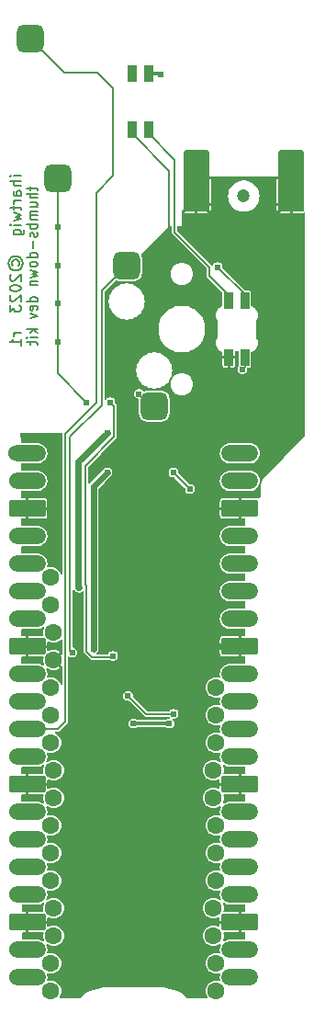
<source format=gbr>
%TF.GenerationSoftware,KiCad,Pcbnew,7.0.2-0*%
%TF.CreationDate,2023-07-09T23:01:49-07:00*%
%TF.ProjectId,thumbs-down-hw,7468756d-6273-42d6-946f-776e2d68772e,rev?*%
%TF.SameCoordinates,PX80fd3d8PY8977a68*%
%TF.FileFunction,Copper,L2,Bot*%
%TF.FilePolarity,Positive*%
%FSLAX46Y46*%
G04 Gerber Fmt 4.6, Leading zero omitted, Abs format (unit mm)*
G04 Created by KiCad (PCBNEW 7.0.2-0) date 2023-07-09 23:01:49*
%MOMM*%
%LPD*%
G01*
G04 APERTURE LIST*
G04 Aperture macros list*
%AMRoundRect*
0 Rectangle with rounded corners*
0 $1 Rounding radius*
0 $2 $3 $4 $5 $6 $7 $8 $9 X,Y pos of 4 corners*
0 Add a 4 corners polygon primitive as box body*
4,1,4,$2,$3,$4,$5,$6,$7,$8,$9,$2,$3,0*
0 Add four circle primitives for the rounded corners*
1,1,$1+$1,$2,$3*
1,1,$1+$1,$4,$5*
1,1,$1+$1,$6,$7*
1,1,$1+$1,$8,$9*
0 Add four rect primitives between the rounded corners*
20,1,$1+$1,$2,$3,$4,$5,0*
20,1,$1+$1,$4,$5,$6,$7,0*
20,1,$1+$1,$6,$7,$8,$9,0*
20,1,$1+$1,$8,$9,$2,$3,0*%
G04 Aperture macros list end*
%ADD10C,0.152400*%
%TA.AperFunction,NonConductor*%
%ADD11C,0.152400*%
%TD*%
%TA.AperFunction,SMDPad,CuDef*%
%ADD12RoundRect,0.082000X0.328000X0.718000X-0.328000X0.718000X-0.328000X-0.718000X0.328000X-0.718000X0*%
%TD*%
%TA.AperFunction,ComponentPad*%
%ADD13C,1.600000*%
%TD*%
%TA.AperFunction,SMDPad,CuDef*%
%ADD14RoundRect,0.625000X0.625000X-0.650000X0.625000X0.650000X-0.625000X0.650000X-0.625000X-0.650000X0*%
%TD*%
%TA.AperFunction,ComponentPad*%
%ADD15C,1.204800*%
%TD*%
%TA.AperFunction,SMDPad,CuDef*%
%ADD16RoundRect,0.304800X-0.905200X2.235200X-0.905200X-2.235200X0.905200X-2.235200X0.905200X2.235200X0*%
%TD*%
%TA.AperFunction,SMDPad,CuDef*%
%ADD17RoundRect,0.304800X-0.905200X0.330200X-0.905200X-0.330200X0.905200X-0.330200X0.905200X0.330200X0*%
%TD*%
%TA.AperFunction,ComponentPad*%
%ADD18C,0.609600*%
%TD*%
%TA.AperFunction,ComponentPad*%
%ADD19C,1.524000*%
%TD*%
%TA.AperFunction,SMDPad,CuDef*%
%ADD20RoundRect,0.800000X-0.880000X0.000000X0.880000X0.000000X0.880000X0.000000X-0.880000X0.000000X0*%
%TD*%
%TA.AperFunction,SMDPad,CuDef*%
%ADD21RoundRect,0.200000X-1.480000X-0.600000X1.480000X-0.600000X1.480000X0.600000X-1.480000X0.600000X0*%
%TD*%
%TA.AperFunction,ViaPad*%
%ADD22C,0.609600*%
%TD*%
%TA.AperFunction,Conductor*%
%ADD23C,0.203200*%
%TD*%
%TA.AperFunction,Conductor*%
%ADD24C,0.609600*%
%TD*%
%TA.AperFunction,Conductor*%
%ADD25C,0.304800*%
%TD*%
G04 APERTURE END LIST*
D10*
D11*
X2512952Y81067286D02*
X2512952Y80724429D01*
X2179619Y80938715D02*
X3036761Y80938715D01*
X3036761Y80938715D02*
X3132000Y80895858D01*
X3132000Y80895858D02*
X3179619Y80810143D01*
X3179619Y80810143D02*
X3179619Y80724429D01*
X3179619Y80424429D02*
X2179619Y80424429D01*
X3179619Y80038714D02*
X2655809Y80038714D01*
X2655809Y80038714D02*
X2560571Y80081572D01*
X2560571Y80081572D02*
X2512952Y80167286D01*
X2512952Y80167286D02*
X2512952Y80295857D01*
X2512952Y80295857D02*
X2560571Y80381572D01*
X2560571Y80381572D02*
X2608190Y80424429D01*
X2512952Y79224428D02*
X3179619Y79224428D01*
X2512952Y79610143D02*
X3036761Y79610143D01*
X3036761Y79610143D02*
X3132000Y79567286D01*
X3132000Y79567286D02*
X3179619Y79481571D01*
X3179619Y79481571D02*
X3179619Y79353000D01*
X3179619Y79353000D02*
X3132000Y79267286D01*
X3132000Y79267286D02*
X3084380Y79224428D01*
X3179619Y78795857D02*
X2512952Y78795857D01*
X2608190Y78795857D02*
X2560571Y78753000D01*
X2560571Y78753000D02*
X2512952Y78667285D01*
X2512952Y78667285D02*
X2512952Y78538714D01*
X2512952Y78538714D02*
X2560571Y78453000D01*
X2560571Y78453000D02*
X2655809Y78410142D01*
X2655809Y78410142D02*
X3179619Y78410142D01*
X2655809Y78410142D02*
X2560571Y78367285D01*
X2560571Y78367285D02*
X2512952Y78281571D01*
X2512952Y78281571D02*
X2512952Y78153000D01*
X2512952Y78153000D02*
X2560571Y78067285D01*
X2560571Y78067285D02*
X2655809Y78024428D01*
X2655809Y78024428D02*
X3179619Y78024428D01*
X3179619Y77595857D02*
X2179619Y77595857D01*
X2560571Y77595857D02*
X2512952Y77510142D01*
X2512952Y77510142D02*
X2512952Y77338714D01*
X2512952Y77338714D02*
X2560571Y77253000D01*
X2560571Y77253000D02*
X2608190Y77210142D01*
X2608190Y77210142D02*
X2703428Y77167285D01*
X2703428Y77167285D02*
X2989142Y77167285D01*
X2989142Y77167285D02*
X3084380Y77210142D01*
X3084380Y77210142D02*
X3132000Y77253000D01*
X3132000Y77253000D02*
X3179619Y77338714D01*
X3179619Y77338714D02*
X3179619Y77510142D01*
X3179619Y77510142D02*
X3132000Y77595857D01*
X3132000Y76824428D02*
X3179619Y76738714D01*
X3179619Y76738714D02*
X3179619Y76567285D01*
X3179619Y76567285D02*
X3132000Y76481571D01*
X3132000Y76481571D02*
X3036761Y76438714D01*
X3036761Y76438714D02*
X2989142Y76438714D01*
X2989142Y76438714D02*
X2893904Y76481571D01*
X2893904Y76481571D02*
X2846285Y76567285D01*
X2846285Y76567285D02*
X2846285Y76695856D01*
X2846285Y76695856D02*
X2798666Y76781571D01*
X2798666Y76781571D02*
X2703428Y76824428D01*
X2703428Y76824428D02*
X2655809Y76824428D01*
X2655809Y76824428D02*
X2560571Y76781571D01*
X2560571Y76781571D02*
X2512952Y76695856D01*
X2512952Y76695856D02*
X2512952Y76567285D01*
X2512952Y76567285D02*
X2560571Y76481571D01*
X2798666Y76053000D02*
X2798666Y75367285D01*
X3179619Y74552999D02*
X2179619Y74552999D01*
X3132000Y74552999D02*
X3179619Y74638714D01*
X3179619Y74638714D02*
X3179619Y74810142D01*
X3179619Y74810142D02*
X3132000Y74895857D01*
X3132000Y74895857D02*
X3084380Y74938714D01*
X3084380Y74938714D02*
X2989142Y74981571D01*
X2989142Y74981571D02*
X2703428Y74981571D01*
X2703428Y74981571D02*
X2608190Y74938714D01*
X2608190Y74938714D02*
X2560571Y74895857D01*
X2560571Y74895857D02*
X2512952Y74810142D01*
X2512952Y74810142D02*
X2512952Y74638714D01*
X2512952Y74638714D02*
X2560571Y74552999D01*
X3179619Y73995856D02*
X3132000Y74081571D01*
X3132000Y74081571D02*
X3084380Y74124428D01*
X3084380Y74124428D02*
X2989142Y74167285D01*
X2989142Y74167285D02*
X2703428Y74167285D01*
X2703428Y74167285D02*
X2608190Y74124428D01*
X2608190Y74124428D02*
X2560571Y74081571D01*
X2560571Y74081571D02*
X2512952Y73995856D01*
X2512952Y73995856D02*
X2512952Y73867285D01*
X2512952Y73867285D02*
X2560571Y73781571D01*
X2560571Y73781571D02*
X2608190Y73738713D01*
X2608190Y73738713D02*
X2703428Y73695856D01*
X2703428Y73695856D02*
X2989142Y73695856D01*
X2989142Y73695856D02*
X3084380Y73738713D01*
X3084380Y73738713D02*
X3132000Y73781571D01*
X3132000Y73781571D02*
X3179619Y73867285D01*
X3179619Y73867285D02*
X3179619Y73995856D01*
X2512952Y73395856D02*
X3179619Y73224427D01*
X3179619Y73224427D02*
X2703428Y73052999D01*
X2703428Y73052999D02*
X3179619Y72881570D01*
X3179619Y72881570D02*
X2512952Y72710142D01*
X2512952Y72367285D02*
X3179619Y72367285D01*
X2608190Y72367285D02*
X2560571Y72324428D01*
X2560571Y72324428D02*
X2512952Y72238713D01*
X2512952Y72238713D02*
X2512952Y72110142D01*
X2512952Y72110142D02*
X2560571Y72024428D01*
X2560571Y72024428D02*
X2655809Y71981570D01*
X2655809Y71981570D02*
X3179619Y71981570D01*
X3179619Y70481570D02*
X2179619Y70481570D01*
X3132000Y70481570D02*
X3179619Y70567285D01*
X3179619Y70567285D02*
X3179619Y70738713D01*
X3179619Y70738713D02*
X3132000Y70824428D01*
X3132000Y70824428D02*
X3084380Y70867285D01*
X3084380Y70867285D02*
X2989142Y70910142D01*
X2989142Y70910142D02*
X2703428Y70910142D01*
X2703428Y70910142D02*
X2608190Y70867285D01*
X2608190Y70867285D02*
X2560571Y70824428D01*
X2560571Y70824428D02*
X2512952Y70738713D01*
X2512952Y70738713D02*
X2512952Y70567285D01*
X2512952Y70567285D02*
X2560571Y70481570D01*
X3132000Y69710142D02*
X3179619Y69795856D01*
X3179619Y69795856D02*
X3179619Y69967284D01*
X3179619Y69967284D02*
X3132000Y70052999D01*
X3132000Y70052999D02*
X3036761Y70095856D01*
X3036761Y70095856D02*
X2655809Y70095856D01*
X2655809Y70095856D02*
X2560571Y70052999D01*
X2560571Y70052999D02*
X2512952Y69967284D01*
X2512952Y69967284D02*
X2512952Y69795856D01*
X2512952Y69795856D02*
X2560571Y69710142D01*
X2560571Y69710142D02*
X2655809Y69667284D01*
X2655809Y69667284D02*
X2751047Y69667284D01*
X2751047Y69667284D02*
X2846285Y70095856D01*
X2512952Y69367284D02*
X3179619Y69152998D01*
X3179619Y69152998D02*
X2512952Y68938713D01*
X3179619Y67910142D02*
X2179619Y67910142D01*
X2798666Y67824427D02*
X3179619Y67567285D01*
X2512952Y67567285D02*
X2893904Y67910142D01*
X3179619Y67181571D02*
X2512952Y67181571D01*
X2179619Y67181571D02*
X2227238Y67224428D01*
X2227238Y67224428D02*
X2274857Y67181571D01*
X2274857Y67181571D02*
X2227238Y67138714D01*
X2227238Y67138714D02*
X2179619Y67181571D01*
X2179619Y67181571D02*
X2274857Y67181571D01*
X2512952Y66881571D02*
X2512952Y66538714D01*
X2179619Y66753000D02*
X3036761Y66753000D01*
X3036761Y66753000D02*
X3132000Y66710143D01*
X3132000Y66710143D02*
X3179619Y66624428D01*
X3179619Y66624428D02*
X3179619Y66538714D01*
D10*
D11*
X1655619Y82057905D02*
X988952Y82057905D01*
X655619Y82057905D02*
X703238Y82105524D01*
X703238Y82105524D02*
X750857Y82057905D01*
X750857Y82057905D02*
X703238Y82010286D01*
X703238Y82010286D02*
X655619Y82057905D01*
X655619Y82057905D02*
X750857Y82057905D01*
X1655619Y81581715D02*
X655619Y81581715D01*
X1655619Y81153144D02*
X1131809Y81153144D01*
X1131809Y81153144D02*
X1036571Y81200763D01*
X1036571Y81200763D02*
X988952Y81296001D01*
X988952Y81296001D02*
X988952Y81438858D01*
X988952Y81438858D02*
X1036571Y81534096D01*
X1036571Y81534096D02*
X1084190Y81581715D01*
X1655619Y80248382D02*
X1131809Y80248382D01*
X1131809Y80248382D02*
X1036571Y80296001D01*
X1036571Y80296001D02*
X988952Y80391239D01*
X988952Y80391239D02*
X988952Y80581715D01*
X988952Y80581715D02*
X1036571Y80676953D01*
X1608000Y80248382D02*
X1655619Y80343620D01*
X1655619Y80343620D02*
X1655619Y80581715D01*
X1655619Y80581715D02*
X1608000Y80676953D01*
X1608000Y80676953D02*
X1512761Y80724572D01*
X1512761Y80724572D02*
X1417523Y80724572D01*
X1417523Y80724572D02*
X1322285Y80676953D01*
X1322285Y80676953D02*
X1274666Y80581715D01*
X1274666Y80581715D02*
X1274666Y80343620D01*
X1274666Y80343620D02*
X1227047Y80248382D01*
X1655619Y79772191D02*
X988952Y79772191D01*
X1179428Y79772191D02*
X1084190Y79724572D01*
X1084190Y79724572D02*
X1036571Y79676953D01*
X1036571Y79676953D02*
X988952Y79581715D01*
X988952Y79581715D02*
X988952Y79486477D01*
X988952Y79296000D02*
X988952Y78915048D01*
X655619Y79153143D02*
X1512761Y79153143D01*
X1512761Y79153143D02*
X1608000Y79105524D01*
X1608000Y79105524D02*
X1655619Y79010286D01*
X1655619Y79010286D02*
X1655619Y78915048D01*
X988952Y78676952D02*
X1655619Y78486476D01*
X1655619Y78486476D02*
X1179428Y78296000D01*
X1179428Y78296000D02*
X1655619Y78105524D01*
X1655619Y78105524D02*
X988952Y77915048D01*
X1655619Y77534095D02*
X988952Y77534095D01*
X655619Y77534095D02*
X703238Y77581714D01*
X703238Y77581714D02*
X750857Y77534095D01*
X750857Y77534095D02*
X703238Y77486476D01*
X703238Y77486476D02*
X655619Y77534095D01*
X655619Y77534095D02*
X750857Y77534095D01*
X988952Y76629334D02*
X1798476Y76629334D01*
X1798476Y76629334D02*
X1893714Y76676953D01*
X1893714Y76676953D02*
X1941333Y76724572D01*
X1941333Y76724572D02*
X1988952Y76819810D01*
X1988952Y76819810D02*
X1988952Y76962667D01*
X1988952Y76962667D02*
X1941333Y77057905D01*
X1608000Y76629334D02*
X1655619Y76724572D01*
X1655619Y76724572D02*
X1655619Y76915048D01*
X1655619Y76915048D02*
X1608000Y77010286D01*
X1608000Y77010286D02*
X1560380Y77057905D01*
X1560380Y77057905D02*
X1465142Y77105524D01*
X1465142Y77105524D02*
X1179428Y77105524D01*
X1179428Y77105524D02*
X1084190Y77057905D01*
X1084190Y77057905D02*
X1036571Y77010286D01*
X1036571Y77010286D02*
X988952Y76915048D01*
X988952Y76915048D02*
X988952Y76724572D01*
X988952Y76724572D02*
X1036571Y76629334D01*
X893714Y73819809D02*
X846095Y73915048D01*
X846095Y73915048D02*
X846095Y74105524D01*
X846095Y74105524D02*
X893714Y74200762D01*
X893714Y74200762D02*
X988952Y74296000D01*
X988952Y74296000D02*
X1084190Y74343619D01*
X1084190Y74343619D02*
X1274666Y74343619D01*
X1274666Y74343619D02*
X1369904Y74296000D01*
X1369904Y74296000D02*
X1465142Y74200762D01*
X1465142Y74200762D02*
X1512761Y74105524D01*
X1512761Y74105524D02*
X1512761Y73915048D01*
X1512761Y73915048D02*
X1465142Y73819809D01*
X512761Y74010286D02*
X560380Y74248381D01*
X560380Y74248381D02*
X703238Y74486476D01*
X703238Y74486476D02*
X941333Y74629333D01*
X941333Y74629333D02*
X1179428Y74676952D01*
X1179428Y74676952D02*
X1417523Y74629333D01*
X1417523Y74629333D02*
X1655619Y74486476D01*
X1655619Y74486476D02*
X1798476Y74248381D01*
X1798476Y74248381D02*
X1846095Y74010286D01*
X1846095Y74010286D02*
X1798476Y73772190D01*
X1798476Y73772190D02*
X1655619Y73534095D01*
X1655619Y73534095D02*
X1417523Y73391238D01*
X1417523Y73391238D02*
X1179428Y73343619D01*
X1179428Y73343619D02*
X941333Y73391238D01*
X941333Y73391238D02*
X703238Y73534095D01*
X703238Y73534095D02*
X560380Y73772190D01*
X560380Y73772190D02*
X512761Y74010286D01*
X750857Y72962666D02*
X703238Y72915047D01*
X703238Y72915047D02*
X655619Y72819809D01*
X655619Y72819809D02*
X655619Y72581714D01*
X655619Y72581714D02*
X703238Y72486476D01*
X703238Y72486476D02*
X750857Y72438857D01*
X750857Y72438857D02*
X846095Y72391238D01*
X846095Y72391238D02*
X941333Y72391238D01*
X941333Y72391238D02*
X1084190Y72438857D01*
X1084190Y72438857D02*
X1655619Y73010285D01*
X1655619Y73010285D02*
X1655619Y72391238D01*
X655619Y71772190D02*
X655619Y71676952D01*
X655619Y71676952D02*
X703238Y71581714D01*
X703238Y71581714D02*
X750857Y71534095D01*
X750857Y71534095D02*
X846095Y71486476D01*
X846095Y71486476D02*
X1036571Y71438857D01*
X1036571Y71438857D02*
X1274666Y71438857D01*
X1274666Y71438857D02*
X1465142Y71486476D01*
X1465142Y71486476D02*
X1560380Y71534095D01*
X1560380Y71534095D02*
X1608000Y71581714D01*
X1608000Y71581714D02*
X1655619Y71676952D01*
X1655619Y71676952D02*
X1655619Y71772190D01*
X1655619Y71772190D02*
X1608000Y71867428D01*
X1608000Y71867428D02*
X1560380Y71915047D01*
X1560380Y71915047D02*
X1465142Y71962666D01*
X1465142Y71962666D02*
X1274666Y72010285D01*
X1274666Y72010285D02*
X1036571Y72010285D01*
X1036571Y72010285D02*
X846095Y71962666D01*
X846095Y71962666D02*
X750857Y71915047D01*
X750857Y71915047D02*
X703238Y71867428D01*
X703238Y71867428D02*
X655619Y71772190D01*
X750857Y71057904D02*
X703238Y71010285D01*
X703238Y71010285D02*
X655619Y70915047D01*
X655619Y70915047D02*
X655619Y70676952D01*
X655619Y70676952D02*
X703238Y70581714D01*
X703238Y70581714D02*
X750857Y70534095D01*
X750857Y70534095D02*
X846095Y70486476D01*
X846095Y70486476D02*
X941333Y70486476D01*
X941333Y70486476D02*
X1084190Y70534095D01*
X1084190Y70534095D02*
X1655619Y71105523D01*
X1655619Y71105523D02*
X1655619Y70486476D01*
X655619Y70153142D02*
X655619Y69534095D01*
X655619Y69534095D02*
X1036571Y69867428D01*
X1036571Y69867428D02*
X1036571Y69724571D01*
X1036571Y69724571D02*
X1084190Y69629333D01*
X1084190Y69629333D02*
X1131809Y69581714D01*
X1131809Y69581714D02*
X1227047Y69534095D01*
X1227047Y69534095D02*
X1465142Y69534095D01*
X1465142Y69534095D02*
X1560380Y69581714D01*
X1560380Y69581714D02*
X1608000Y69629333D01*
X1608000Y69629333D02*
X1655619Y69724571D01*
X1655619Y69724571D02*
X1655619Y70010285D01*
X1655619Y70010285D02*
X1608000Y70105523D01*
X1608000Y70105523D02*
X1560380Y70153142D01*
X1655619Y67581713D02*
X988952Y67581713D01*
X1179428Y67581713D02*
X1084190Y67534094D01*
X1084190Y67534094D02*
X1036571Y67486475D01*
X1036571Y67486475D02*
X988952Y67391237D01*
X988952Y67391237D02*
X988952Y67295999D01*
X1655619Y66438856D02*
X1655619Y67010284D01*
X1655619Y66724570D02*
X655619Y66724570D01*
X655619Y66724570D02*
X798476Y66819808D01*
X798476Y66819808D02*
X893714Y66915046D01*
X893714Y66915046D02*
X941333Y67010284D01*
D12*
%TO.P,D1,1,VDD*%
%TO.N,+5V*%
X22340000Y70545000D03*
%TO.P,D1,2,DOUT*%
%TO.N,/LED_DI_3*%
X20840000Y70545000D03*
%TO.P,D1,3,VSS*%
%TO.N,GND*%
X20840000Y65345000D03*
%TO.P,D1,4,DIN*%
%TO.N,/LED_DI_1*%
X22340000Y65345000D03*
%TD*%
D13*
%TO.P,A1,1,~{RESET}*%
%TO.N,/GPIO11*%
X4445000Y45085000D03*
%TO.P,A1,2,3V3*%
%TO.N,+3V3*%
X4445000Y42545000D03*
%TO.P,A1,3,AREF*%
%TO.N,unconnected-(A1-AREF-Pad3)*%
X4699000Y40005000D03*
%TO.P,A1,4,GND*%
%TO.N,GND*%
X4699000Y37465000D03*
%TO.P,A1,5,A0*%
%TO.N,unconnected-(A1-A0-Pad5)*%
X4445000Y34925000D03*
%TO.P,A1,6,A1*%
%TO.N,unconnected-(A1-A1-Pad6)*%
X4445000Y32385000D03*
%TO.P,A1,7,A2*%
%TO.N,unconnected-(A1-A2-Pad7)*%
X4445000Y29845000D03*
%TO.P,A1,8,A3*%
%TO.N,unconnected-(A1-A3-Pad8)*%
X4699000Y27305000D03*
%TO.P,A1,9,A4*%
%TO.N,unconnected-(A1-A4-Pad9)*%
X4699000Y24765000D03*
%TO.P,A1,10,A5*%
%TO.N,unconnected-(A1-A5-Pad10)*%
X4445000Y22225000D03*
%TO.P,A1,11,SCK*%
%TO.N,unconnected-(A1-SCK-Pad11)*%
X4445000Y19685000D03*
%TO.P,A1,12,MOSI*%
%TO.N,unconnected-(A1-MOSI-Pad12)*%
X4445000Y17145000D03*
%TO.P,A1,13,MISO*%
%TO.N,unconnected-(A1-MISO-Pad13)*%
X4699000Y14605000D03*
%TO.P,A1,14,RX*%
%TO.N,unconnected-(A1-RX-Pad14)*%
X4699000Y12065000D03*
%TO.P,A1,15,TX*%
%TO.N,unconnected-(A1-TX-Pad15)*%
X4445000Y9525000D03*
%TO.P,A1,16,SPARE*%
%TO.N,unconnected-(A1-SPARE-Pad16)*%
X4445000Y6985000D03*
%TO.P,A1,17,SDA*%
%TO.N,/DISP_SDA*%
X19685000Y6985000D03*
%TO.P,A1,18,SCL*%
%TO.N,/DISP_SCL*%
X19685000Y9525000D03*
%TO.P,A1,19,D0*%
%TO.N,/GPIO3*%
X19431000Y12065000D03*
%TO.P,A1,20,D1*%
%TO.N,/GPIO2*%
X19431000Y14605000D03*
%TO.P,A1,21,D2*%
%TO.N,/GPIO6*%
X19685000Y17145000D03*
%TO.P,A1,22,D3*%
%TO.N,unconnected-(A1-D3-Pad22)*%
X19685000Y19685000D03*
%TO.P,A1,23,D4*%
%TO.N,unconnected-(A1-D4-Pad23)*%
X19685000Y22225000D03*
%TO.P,A1,24,D5*%
%TO.N,unconnected-(A1-D5-Pad24)*%
X19431000Y24765000D03*
%TO.P,A1,25,D6*%
%TO.N,unconnected-(A1-D6-Pad25)*%
X19431000Y27305000D03*
%TO.P,A1,26,USB*%
%TO.N,+5V*%
X19685000Y29845000D03*
%TO.P,A1,27,EN*%
%TO.N,unconnected-(A1-EN-Pad27)*%
X19685000Y32385000D03*
%TO.P,A1,28,VBAT*%
%TO.N,unconnected-(A1-VBAT-Pad28)*%
X19685000Y34925000D03*
%TD*%
D14*
%TO.P,SW1,1,1*%
%TO.N,/SW_V*%
X13970000Y60860000D03*
%TO.P,SW1,2,2*%
%TO.N,/GPIO10*%
X11430000Y73787000D03*
%TD*%
D12*
%TO.P,D3,1,VDD*%
%TO.N,+5V*%
X13450000Y91500000D03*
%TO.P,D3,2,DOUT*%
%TO.N,unconnected-(D3-DOUT-Pad2)*%
X11950000Y91500000D03*
%TO.P,D3,3,VSS*%
%TO.N,GND*%
X11950000Y86300000D03*
%TO.P,D3,4,DIN*%
%TO.N,/LED_DI_3*%
X13450000Y86300000D03*
%TD*%
D15*
%TO.P,AE1,1,A*%
%TO.N,/RFM_ANT*%
X22225000Y80195000D03*
D16*
%TO.P,AE1,2,Shield*%
%TO.N,GND*%
X26605000Y81915000D03*
X17845000Y81915000D03*
D17*
X26605000Y79382200D03*
X17845000Y79382200D03*
D18*
X27508200Y79052000D03*
X26593800Y79052000D03*
X25704800Y79052000D03*
X18745200Y79052000D03*
X17856200Y79052000D03*
X16941800Y79052000D03*
%TD*%
D14*
%TO.P,SW3,1,1*%
%TO.N,/SW_V*%
X5080000Y81815000D03*
%TO.P,SW3,2,2*%
%TO.N,/GPIO7*%
X2540000Y94742000D03*
%TD*%
D19*
%TO.P,U1,1,GPIO0*%
%TO.N,/DISP_SDA*%
X1397000Y8255000D03*
D20*
X2275000Y8255000D03*
D19*
%TO.P,U1,2,GPIO1*%
%TO.N,/DISP_SCL*%
X1397000Y10795000D03*
D20*
X2275000Y10795000D03*
D19*
%TO.P,U1,3,GND*%
%TO.N,GND*%
X1397000Y13335000D03*
D21*
X2275000Y13335000D03*
D19*
%TO.P,U1,4,GPIO2*%
%TO.N,/GPIO2*%
X1397000Y15875000D03*
D20*
X2275000Y15875000D03*
D19*
%TO.P,U1,5,GPIO3*%
%TO.N,/GPIO3*%
X1397000Y18415000D03*
D20*
X2275000Y18415000D03*
D19*
%TO.P,U1,6,GPIO4*%
%TO.N,/GPIO4*%
X1397000Y20955000D03*
D20*
X2275000Y20955000D03*
D19*
%TO.P,U1,7,GPIO5*%
%TO.N,/GPIO5*%
X1397000Y23495000D03*
D20*
X2275000Y23495000D03*
D19*
%TO.P,U1,8,GND*%
%TO.N,GND*%
X1397000Y26035000D03*
D21*
X2275000Y26035000D03*
D19*
%TO.P,U1,9,GPIO6*%
%TO.N,/GPIO6*%
X1397000Y28575000D03*
D20*
X2275000Y28575000D03*
D19*
%TO.P,U1,10,GPIO7*%
%TO.N,/GPIO7*%
X1397000Y31115000D03*
D20*
X2275000Y31115000D03*
D19*
%TO.P,U1,11,GPIO8*%
%TO.N,/GPIO8*%
X1397000Y33655000D03*
D20*
X2275000Y33655000D03*
D19*
%TO.P,U1,12,GPIO9*%
%TO.N,/GPIO9*%
X1397000Y36195000D03*
D20*
X2275000Y36195000D03*
D19*
%TO.P,U1,13,GND*%
%TO.N,GND*%
X1397000Y38735000D03*
D21*
X2275000Y38735000D03*
D19*
%TO.P,U1,14,GPIO10*%
%TO.N,/GPIO10*%
X1397000Y41275000D03*
D20*
X2275000Y41275000D03*
D19*
%TO.P,U1,15,GPIO11*%
%TO.N,/GPIO11*%
X1397000Y43815000D03*
D20*
X2275000Y43815000D03*
D19*
%TO.P,U1,16,GPIO12*%
%TO.N,/RFM_MISO*%
X1397000Y46355000D03*
D20*
X2275000Y46355000D03*
D19*
%TO.P,U1,17,GPIO13*%
%TO.N,/RFM_CSn*%
X1397000Y48895000D03*
D20*
X2275000Y48895000D03*
D19*
%TO.P,U1,18,GND*%
%TO.N,GND*%
X1397000Y51435000D03*
D21*
X2275000Y51435000D03*
D19*
%TO.P,U1,19,GPIO14*%
%TO.N,/RFM_SCK*%
X1397000Y53975000D03*
D20*
X2275000Y53975000D03*
D19*
%TO.P,U1,20,GPIO15*%
%TO.N,/RFM_MOSI*%
X1270000Y56515000D03*
D20*
X2275000Y56515000D03*
%TO.P,U1,21,GPIO16*%
%TO.N,/GPIO16*%
X21855000Y56515000D03*
D19*
X22733000Y56515000D03*
D20*
%TO.P,U1,22,GPIO17*%
%TO.N,/GPIO17*%
X21855000Y53975000D03*
D19*
X22733000Y53975000D03*
D21*
%TO.P,U1,23,GND*%
%TO.N,GND*%
X21855000Y51435000D03*
D19*
X22733000Y51435000D03*
D20*
%TO.P,U1,24,GPIO18*%
%TO.N,/GPIO18*%
X21855000Y48895000D03*
D19*
X22733000Y48895000D03*
D20*
%TO.P,U1,25,GPIO19*%
%TO.N,/GPIO19*%
X21855000Y46355000D03*
D19*
X22733000Y46355000D03*
D20*
%TO.P,U1,26,GPIO20*%
%TO.N,/GPIO20*%
X21855000Y43815000D03*
D19*
X22733000Y43815000D03*
D20*
%TO.P,U1,27,GPIO21*%
%TO.N,/GPIO21*%
X21855000Y41275000D03*
D19*
X22733000Y41275000D03*
D21*
%TO.P,U1,28,GND*%
%TO.N,GND*%
X21855000Y38735000D03*
D19*
X22733000Y38735000D03*
D20*
%TO.P,U1,29,GPIO22*%
%TO.N,/RFM_RESET*%
X21855000Y36195000D03*
D19*
X22733000Y36195000D03*
D20*
%TO.P,U1,30,RUN*%
%TO.N,/PICO_RESET*%
X21855000Y33655000D03*
D19*
X22733000Y33655000D03*
D20*
%TO.P,U1,31,GPIO26_ADC0*%
%TO.N,/GPIO26*%
X21855000Y31115000D03*
D19*
X22733000Y31115000D03*
D20*
%TO.P,U1,32,GPIO27_ADC1*%
%TO.N,/GPIO27*%
X21855000Y28575000D03*
D19*
X22733000Y28575000D03*
D21*
%TO.P,U1,33,AGND*%
%TO.N,GND*%
X21855000Y26035000D03*
D19*
X22733000Y26035000D03*
D20*
%TO.P,U1,34,GPIO28_ADC2*%
%TO.N,/LED_DI_1*%
X21855000Y23495000D03*
D19*
X22733000Y23495000D03*
D20*
%TO.P,U1,35,ADC_VREF*%
%TO.N,unconnected-(U1-ADC_VREF-Pad35)*%
X21855000Y20955000D03*
D19*
X22733000Y20955000D03*
D20*
%TO.P,U1,36,3V3*%
%TO.N,+3V3*%
X21855000Y18415000D03*
D19*
X22733000Y18415000D03*
D20*
%TO.P,U1,37,3V3_EN*%
%TO.N,unconnected-(U1-3V3_EN-Pad37)*%
X21855000Y15875000D03*
D19*
X22733000Y15875000D03*
D21*
%TO.P,U1,38,GND*%
%TO.N,GND*%
X21855000Y13335000D03*
D19*
X22733000Y13335000D03*
D20*
%TO.P,U1,39,VSYS*%
%TO.N,/VSYS*%
X21855000Y10795000D03*
D19*
X22733000Y10795000D03*
D20*
%TO.P,U1,40,VBUS*%
%TO.N,+5V*%
X21855000Y8255000D03*
D19*
X22733000Y8255000D03*
%TD*%
D22*
%TO.N,GND*%
X9271000Y34290000D03*
%TO.N,/GPIO10*%
X6413500Y38163500D03*
%TO.N,GND*%
X9906000Y62611000D03*
X27305000Y73025000D03*
X9271000Y15240000D03*
X7112000Y39624000D03*
X27305000Y65405000D03*
X11811000Y59309000D03*
X19939000Y44577000D03*
X19685000Y75565000D03*
X19685000Y59055000D03*
X27305000Y66675000D03*
X19939000Y64770000D03*
X24130000Y55880000D03*
X20955000Y74295000D03*
X27305000Y64135000D03*
X27305000Y71755000D03*
X27305000Y67945000D03*
X19913600Y38709600D03*
X22225000Y62865000D03*
X20955000Y60325000D03*
X20320000Y74930000D03*
X19050000Y76200000D03*
X17780000Y24511000D03*
X9271000Y27940000D03*
X21590000Y60960000D03*
X19939000Y65659000D03*
X27305000Y75565000D03*
X27305000Y69215000D03*
X27305000Y61595000D03*
X22225000Y73025000D03*
X27305000Y70485000D03*
X24765000Y56515000D03*
X27305000Y62865000D03*
X9271000Y19050000D03*
X9271000Y30480000D03*
X20320000Y59690000D03*
X27305000Y60325000D03*
X27305000Y74295000D03*
X19939000Y71120000D03*
X9906000Y68326000D03*
X22225000Y61595000D03*
X11811000Y60071000D03*
X6985000Y36576000D03*
X7112000Y43180000D03*
X18415000Y54737000D03*
X21590000Y73660000D03*
X9271000Y46101000D03*
X26035000Y57785000D03*
X27305000Y59055000D03*
X27305000Y76835000D03*
X26670000Y58420000D03*
X19939000Y70231000D03*
X25400000Y57150000D03*
%TO.N,/GPIO11*%
X11557000Y34163000D03*
X15748000Y32512000D03*
%TO.N,+5V*%
X19812000Y73660000D03*
X12065000Y31623000D03*
X15367000Y31623000D03*
X8382000Y38481000D03*
X9652000Y54737000D03*
X14605000Y91440000D03*
%TO.N,/LED_DI_1*%
X15748000Y54737000D03*
X22098000Y64262000D03*
X17272000Y53213000D03*
%TO.N,+3V3*%
X7033598Y44142730D03*
X9652000Y58420000D03*
%TO.N,/SW_V*%
X10160000Y37846000D03*
X12573000Y61976000D03*
X5080000Y77343000D03*
X5080000Y73787000D03*
X7747000Y61214000D03*
X9906000Y61214000D03*
X5080000Y66802000D03*
X5080000Y70358000D03*
%TD*%
D23*
%TO.N,/LED_DI_3*%
X15875000Y83566000D02*
X15875000Y76835000D01*
X13450000Y86300000D02*
X13450000Y85991000D01*
X13450000Y85991000D02*
X15875000Y83566000D01*
%TO.N,GND*%
X15367000Y76581000D02*
X15748000Y76200000D01*
X15367000Y82550000D02*
X15367000Y76581000D01*
X11950000Y86300000D02*
X11950000Y85967000D01*
X11950000Y85967000D02*
X15367000Y82550000D01*
%TO.N,/GPIO10*%
X9144000Y71501000D02*
X9144000Y60960000D01*
X9144000Y60960000D02*
X6223000Y58039000D01*
X11430000Y73787000D02*
X9144000Y71501000D01*
X6223000Y38354000D02*
X6413500Y38163500D01*
X6223000Y58039000D02*
X6223000Y38354000D01*
D24*
%TO.N,GND*%
X20955000Y60325000D02*
X21590000Y60960000D01*
X27305000Y59055000D02*
X26670000Y58420000D01*
X27305000Y69215000D02*
X27305000Y67945000D01*
X27305000Y74295000D02*
X27305000Y73025000D01*
X27305000Y64135000D02*
X27305000Y62865000D01*
X19939000Y38735000D02*
X19913600Y38709600D01*
X19939000Y71120000D02*
X19939000Y70231000D01*
X22225000Y61595000D02*
X22225000Y62865000D01*
X26035000Y57785000D02*
X25400000Y57150000D01*
X19685000Y59055000D02*
X20320000Y59690000D01*
X27305000Y61595000D02*
X27305000Y60325000D01*
X20955000Y74295000D02*
X21590000Y73660000D01*
D23*
X11950000Y86300000D02*
X11950000Y85840000D01*
D24*
X19685000Y75565000D02*
X20320000Y74930000D01*
X27305000Y66675000D02*
X27305000Y65405000D01*
X27305000Y76835000D02*
X27305000Y75565000D01*
X20955000Y38735000D02*
X19939000Y38735000D01*
X27305000Y71755000D02*
X27305000Y70485000D01*
D23*
%TO.N,/GPIO7*%
X5753000Y42385812D02*
X5753000Y31788000D01*
X10185899Y90142701D02*
X10185899Y82067899D01*
X5740899Y42397913D02*
X5753000Y42385812D01*
X8636000Y61214000D02*
X5740899Y58318899D01*
X5080000Y31115000D02*
X3175000Y31115000D01*
X8761600Y91567000D02*
X10185899Y90142701D01*
X5753000Y31788000D02*
X5080000Y31115000D01*
X10185899Y82067899D02*
X8636000Y80518000D01*
X5715000Y91567000D02*
X8761600Y91567000D01*
X2540000Y94742000D02*
X5715000Y91567000D01*
X5740899Y58318899D02*
X5740899Y42397913D01*
X8636000Y80518000D02*
X8636000Y61214000D01*
%TO.N,/GPIO11*%
X13208000Y32512000D02*
X15748000Y32512000D01*
X11557000Y34163000D02*
X13208000Y32512000D01*
%TO.N,/GPIO16*%
X22733000Y56515000D02*
X21457622Y56515000D01*
D24*
%TO.N,+5V*%
X8382000Y53467000D02*
X9652000Y54737000D01*
D25*
X14545000Y91500000D02*
X14605000Y91440000D01*
X13450000Y91500000D02*
X14545000Y91500000D01*
D23*
X22340000Y70545000D02*
X22340000Y71132000D01*
X22340000Y71132000D02*
X19812000Y73660000D01*
D24*
X8382000Y38481000D02*
X8382000Y53467000D01*
D25*
X15367000Y31623000D02*
X12065000Y31623000D01*
D23*
%TO.N,/LED_DI_3*%
X19050000Y73660000D02*
X15875000Y76835000D01*
X20840000Y71108000D02*
X19050000Y72898000D01*
X19050000Y72898000D02*
X19050000Y73660000D01*
X20840000Y70545000D02*
X20840000Y71108000D01*
%TO.N,/LED_DI_1*%
X22340000Y65345000D02*
X22340000Y64504000D01*
X22340000Y64504000D02*
X22098000Y64262000D01*
X15748000Y54737000D02*
X17272000Y53213000D01*
D24*
%TO.N,+3V3*%
X6985000Y55753000D02*
X6985000Y44191328D01*
X6985000Y44191328D02*
X7033598Y44142730D01*
X9652000Y58420000D02*
X6985000Y55753000D01*
D23*
%TO.N,/SW_V*%
X8255000Y37719000D02*
X10033000Y37719000D01*
X10287000Y58039000D02*
X10287000Y60833000D01*
X5080000Y70358000D02*
X5080000Y66802000D01*
X5080000Y73787000D02*
X5080000Y70358000D01*
X13689000Y60860000D02*
X12573000Y61976000D01*
X5080000Y66802000D02*
X5080000Y64135000D01*
X7747000Y44323000D02*
X7620000Y44450000D01*
X7747000Y61214000D02*
X5080000Y63881000D01*
X7620000Y55372000D02*
X10287000Y58039000D01*
X5080000Y77343000D02*
X5080000Y73787000D01*
X5080000Y81815000D02*
X5080000Y80010000D01*
X8255000Y37719000D02*
X7747000Y38227000D01*
X5080000Y80010000D02*
X5080000Y77343000D01*
X5080000Y63881000D02*
X5080000Y64135000D01*
X13970000Y60860000D02*
X13689000Y60860000D01*
X7620000Y44450000D02*
X7620000Y55372000D01*
X10287000Y60833000D02*
X9906000Y61214000D01*
X10033000Y37719000D02*
X10160000Y37846000D01*
X7747000Y38227000D02*
X7747000Y44323000D01*
%TD*%
%TA.AperFunction,Conductor*%
%TO.N,GND*%
G36*
X26705138Y82024407D02*
G01*
X26730858Y81979858D01*
X26732000Y81966800D01*
X26732000Y81863200D01*
X26714407Y81814862D01*
X26669858Y81789142D01*
X26656800Y81788000D01*
X25242600Y81788000D01*
X25242600Y79509200D01*
X26656800Y79509200D01*
X26705138Y79491607D01*
X26730858Y79447058D01*
X26732000Y79434000D01*
X26732000Y79125059D01*
X26730438Y79130888D01*
X26672688Y79188638D01*
X26613863Y79204400D01*
X26573737Y79204400D01*
X26514912Y79188638D01*
X26478000Y79151726D01*
X26478000Y79255200D01*
X25242601Y79255200D01*
X25242601Y78998690D01*
X25242764Y78995192D01*
X25245497Y78966040D01*
X25291017Y78835951D01*
X25298713Y78825522D01*
X25298716Y78825522D01*
X25555014Y79081820D01*
X25547024Y79052000D01*
X25568162Y78973112D01*
X25625912Y78915362D01*
X25684737Y78899600D01*
X25724863Y78899600D01*
X25734616Y78902214D01*
X25479073Y78646671D01*
X25483754Y78643216D01*
X25500555Y78637337D01*
X25510165Y78632649D01*
X25531890Y78626270D01*
X25535540Y78625096D01*
X25613838Y78597698D01*
X25629193Y78596258D01*
X25636788Y78594800D01*
X25801662Y78594800D01*
X25801685Y78594801D01*
X26478000Y78594801D01*
X26478000Y78952274D01*
X26514912Y78915362D01*
X26573737Y78899600D01*
X26613863Y78899600D01*
X26672688Y78915362D01*
X26730438Y78973112D01*
X26732000Y78978942D01*
X26732000Y78594801D01*
X27433203Y78594801D01*
X27433211Y78594800D01*
X27575469Y78594800D01*
X27585230Y78596673D01*
X27596156Y78597697D01*
X27658812Y78619622D01*
X27662465Y78620796D01*
X27700079Y78631840D01*
X27700204Y78631920D01*
X27716040Y78639647D01*
X27726248Y78643219D01*
X27768844Y78674655D01*
X27818184Y78689203D01*
X27865332Y78668633D01*
X27888227Y78622569D01*
X27888700Y78614149D01*
X27888700Y58297931D01*
X27888057Y58288115D01*
X27878758Y58217483D01*
X27873677Y58198521D01*
X27848317Y58137296D01*
X27838501Y58120296D01*
X27795100Y58063734D01*
X27788679Y58056415D01*
X27757941Y58025675D01*
X27757939Y58025673D01*
X27752089Y58019823D01*
X27749008Y58015517D01*
X24098562Y54257349D01*
X24047776Y54206563D01*
X23960784Y54086828D01*
X23893589Y53954952D01*
X23847852Y53814184D01*
X23824700Y53668004D01*
X23824700Y52613666D01*
X23807107Y52565328D01*
X23803668Y52561504D01*
X23603751Y52353897D01*
X23557549Y52331282D01*
X23516556Y52338500D01*
X23436942Y52377421D01*
X23368449Y52387400D01*
X21982000Y52387400D01*
X21982000Y50482600D01*
X22276800Y50482600D01*
X22325138Y50465007D01*
X22350858Y50420458D01*
X22352000Y50407400D01*
X22352000Y49923100D01*
X22334407Y49874762D01*
X22289858Y49849042D01*
X22276800Y49847900D01*
X20919728Y49847900D01*
X20918088Y49847755D01*
X20918083Y49847754D01*
X20806023Y49837791D01*
X20619695Y49784476D01*
X20447923Y49694750D01*
X20297722Y49572278D01*
X20175250Y49422077D01*
X20085524Y49250305D01*
X20085522Y49250301D01*
X20085523Y49250301D01*
X20032209Y49063977D01*
X20022100Y48950272D01*
X20022100Y48839728D01*
X20022245Y48838088D01*
X20022246Y48838084D01*
X20032209Y48726024D01*
X20085524Y48539696D01*
X20175250Y48367924D01*
X20297722Y48217723D01*
X20447923Y48095251D01*
X20619695Y48005525D01*
X20619699Y48005523D01*
X20806023Y47952209D01*
X20919728Y47942100D01*
X20921386Y47942100D01*
X22276800Y47942100D01*
X22325138Y47924507D01*
X22350858Y47879958D01*
X22352000Y47866900D01*
X22352000Y47383100D01*
X22334407Y47334762D01*
X22289858Y47309042D01*
X22276800Y47307900D01*
X20919728Y47307900D01*
X20918088Y47307755D01*
X20918083Y47307754D01*
X20806023Y47297791D01*
X20619695Y47244476D01*
X20447923Y47154750D01*
X20297722Y47032278D01*
X20175250Y46882077D01*
X20085524Y46710305D01*
X20085522Y46710301D01*
X20085523Y46710301D01*
X20032209Y46523977D01*
X20022100Y46410272D01*
X20022100Y46299728D01*
X20022245Y46298088D01*
X20022246Y46298084D01*
X20032209Y46186024D01*
X20085524Y45999696D01*
X20175250Y45827924D01*
X20297722Y45677723D01*
X20447923Y45555251D01*
X20619695Y45465525D01*
X20619699Y45465523D01*
X20806023Y45412209D01*
X20919728Y45402100D01*
X20921386Y45402100D01*
X22276800Y45402100D01*
X22325138Y45384507D01*
X22350858Y45339958D01*
X22352000Y45326900D01*
X22352000Y44843100D01*
X22334407Y44794762D01*
X22289858Y44769042D01*
X22276800Y44767900D01*
X20919728Y44767900D01*
X20918088Y44767755D01*
X20918083Y44767754D01*
X20806023Y44757791D01*
X20619695Y44704476D01*
X20447923Y44614750D01*
X20297722Y44492278D01*
X20175250Y44342077D01*
X20085524Y44170305D01*
X20052501Y44054895D01*
X20032209Y43983977D01*
X20022100Y43870272D01*
X20022100Y43759728D01*
X20022245Y43758088D01*
X20022246Y43758084D01*
X20032209Y43646024D01*
X20085524Y43459696D01*
X20175250Y43287924D01*
X20297722Y43137723D01*
X20447923Y43015251D01*
X20619695Y42925525D01*
X20619699Y42925523D01*
X20806023Y42872209D01*
X20919728Y42862100D01*
X20921386Y42862100D01*
X22276800Y42862100D01*
X22325138Y42844507D01*
X22350858Y42799958D01*
X22352000Y42786900D01*
X22352000Y42303100D01*
X22334407Y42254762D01*
X22289858Y42229042D01*
X22276800Y42227900D01*
X20919728Y42227900D01*
X20918088Y42227755D01*
X20918083Y42227754D01*
X20806023Y42217791D01*
X20619695Y42164476D01*
X20447923Y42074750D01*
X20297722Y41952278D01*
X20175250Y41802077D01*
X20085524Y41630305D01*
X20032208Y41443977D01*
X20032209Y41443977D01*
X20022100Y41330272D01*
X20022100Y41219728D01*
X20022245Y41218088D01*
X20022246Y41218084D01*
X20032209Y41106024D01*
X20085524Y40919696D01*
X20175250Y40747924D01*
X20297722Y40597723D01*
X20447923Y40475251D01*
X20619695Y40385525D01*
X20619699Y40385523D01*
X20806023Y40332209D01*
X20919728Y40322100D01*
X20921386Y40322100D01*
X22276800Y40322100D01*
X22325138Y40304507D01*
X22350858Y40259958D01*
X22352000Y40246900D01*
X22352000Y39762600D01*
X22334407Y39714262D01*
X22289858Y39688542D01*
X22276800Y39687400D01*
X21982000Y39687400D01*
X21982000Y37782600D01*
X22276800Y37782600D01*
X22325138Y37765007D01*
X22350858Y37720458D01*
X22352000Y37707400D01*
X22352000Y37223100D01*
X22334407Y37174762D01*
X22289858Y37149042D01*
X22276800Y37147900D01*
X20919728Y37147900D01*
X20918088Y37147755D01*
X20918083Y37147754D01*
X20806023Y37137791D01*
X20619695Y37084476D01*
X20447923Y36994750D01*
X20297722Y36872278D01*
X20175250Y36722077D01*
X20085524Y36550305D01*
X20085522Y36550301D01*
X20085523Y36550301D01*
X20032209Y36363977D01*
X20022100Y36250272D01*
X20022100Y36139728D01*
X20022245Y36138088D01*
X20022246Y36138084D01*
X20032209Y36026023D01*
X20060210Y35928163D01*
X20056592Y35876850D01*
X20020838Y35839868D01*
X19969677Y35834520D01*
X19966082Y35835514D01*
X19871802Y35864113D01*
X19684999Y35882512D01*
X19498197Y35864113D01*
X19318574Y35809625D01*
X19153037Y35721143D01*
X19007936Y35602064D01*
X18888857Y35456963D01*
X18800375Y35291426D01*
X18745887Y35111803D01*
X18727488Y34925000D01*
X18745887Y34738198D01*
X18800375Y34558575D01*
X18888857Y34393038D01*
X19007936Y34247937D01*
X19088187Y34182078D01*
X19153035Y34128859D01*
X19318576Y34040375D01*
X19498199Y33985887D01*
X19664590Y33969500D01*
X19684999Y33967489D01*
X19684999Y33967490D01*
X19685000Y33967489D01*
X19871801Y33985887D01*
X19966082Y34014487D01*
X20017445Y34011683D01*
X20054989Y33976519D01*
X20061147Y33925449D01*
X20060210Y33921838D01*
X20032209Y33823978D01*
X20024955Y33742380D01*
X20022100Y33710272D01*
X20022100Y33599728D01*
X20022245Y33598088D01*
X20022246Y33598084D01*
X20032209Y33486023D01*
X20060210Y33388163D01*
X20056592Y33336850D01*
X20020838Y33299868D01*
X19969677Y33294520D01*
X19966082Y33295514D01*
X19871802Y33324113D01*
X19684999Y33342512D01*
X19498197Y33324113D01*
X19318574Y33269625D01*
X19153037Y33181143D01*
X19007936Y33062064D01*
X18888857Y32916963D01*
X18800375Y32751426D01*
X18745887Y32571803D01*
X18727488Y32385000D01*
X18745887Y32198198D01*
X18800375Y32018575D01*
X18888857Y31853038D01*
X19007936Y31707937D01*
X19088187Y31642078D01*
X19153035Y31588859D01*
X19318576Y31500375D01*
X19498199Y31445887D01*
X19664590Y31429500D01*
X19684999Y31427489D01*
X19684999Y31427490D01*
X19685000Y31427489D01*
X19871801Y31445887D01*
X19966082Y31474487D01*
X20017445Y31471683D01*
X20054989Y31436519D01*
X20061147Y31385449D01*
X20060210Y31381838D01*
X20032209Y31283978D01*
X20024955Y31202380D01*
X20022100Y31170272D01*
X20022100Y31059728D01*
X20022245Y31058088D01*
X20022246Y31058084D01*
X20032209Y30946023D01*
X20060210Y30848163D01*
X20056592Y30796850D01*
X20020838Y30759868D01*
X19969677Y30754520D01*
X19966082Y30755514D01*
X19871802Y30784113D01*
X19684999Y30802512D01*
X19498197Y30784113D01*
X19318574Y30729625D01*
X19153037Y30641143D01*
X19007936Y30522064D01*
X18888857Y30376963D01*
X18800375Y30211426D01*
X18745887Y30031803D01*
X18727488Y29845001D01*
X18745887Y29658198D01*
X18800375Y29478575D01*
X18888857Y29313038D01*
X19007936Y29167937D01*
X19088187Y29102078D01*
X19153035Y29048859D01*
X19318576Y28960375D01*
X19498199Y28905887D01*
X19664590Y28889500D01*
X19684999Y28887489D01*
X19684999Y28887490D01*
X19685000Y28887489D01*
X19871801Y28905887D01*
X19966082Y28934487D01*
X20017445Y28931683D01*
X20054989Y28896519D01*
X20061147Y28845449D01*
X20060210Y28841838D01*
X20032209Y28743978D01*
X20032209Y28743977D01*
X20022100Y28630272D01*
X20022100Y28519728D01*
X20022245Y28518088D01*
X20022246Y28518084D01*
X20032209Y28406024D01*
X20085524Y28219696D01*
X20115089Y28163097D01*
X20121875Y28112107D01*
X20094298Y28068684D01*
X20045261Y28053147D01*
X20000729Y28070149D01*
X19999442Y28071205D01*
X19962965Y28101141D01*
X19962963Y28101142D01*
X19962962Y28101143D01*
X19797425Y28189625D01*
X19617802Y28244113D01*
X19431000Y28262512D01*
X19244197Y28244113D01*
X19064574Y28189625D01*
X18899037Y28101143D01*
X18753936Y27982064D01*
X18634857Y27836963D01*
X18546375Y27671426D01*
X18491887Y27491803D01*
X18473488Y27305001D01*
X18491887Y27118198D01*
X18546375Y26938575D01*
X18634857Y26773038D01*
X18753936Y26627937D01*
X18835385Y26561095D01*
X18899035Y26508859D01*
X19064576Y26420375D01*
X19244199Y26365887D01*
X19431000Y26347489D01*
X19617801Y26365887D01*
X19797424Y26420375D01*
X19867315Y26457734D01*
X19911951Y26481591D01*
X19962874Y26488862D01*
X20006557Y26461698D01*
X20022600Y26415271D01*
X20022600Y26162000D01*
X21728000Y26162000D01*
X21728000Y26987400D01*
X20431831Y26987400D01*
X20383493Y27004993D01*
X20357773Y27049542D01*
X20359869Y27084430D01*
X20370113Y27118199D01*
X20388511Y27305000D01*
X20370113Y27491801D01*
X20315625Y27671424D01*
X20291801Y27715996D01*
X20284530Y27766919D01*
X20311694Y27810602D01*
X20360581Y27826605D01*
X20405643Y27809726D01*
X20447923Y27775251D01*
X20619695Y27685525D01*
X20619699Y27685523D01*
X20806023Y27632209D01*
X20919728Y27622100D01*
X20921386Y27622100D01*
X22276800Y27622100D01*
X22325138Y27604507D01*
X22350858Y27559958D01*
X22352000Y27546900D01*
X22352000Y27062600D01*
X22334407Y27014262D01*
X22289858Y26988542D01*
X22276800Y26987400D01*
X21982000Y26987400D01*
X21982000Y25082600D01*
X22276800Y25082600D01*
X22325138Y25065007D01*
X22350858Y25020458D01*
X22352000Y25007400D01*
X22352000Y24523100D01*
X22334407Y24474762D01*
X22289858Y24449042D01*
X22276800Y24447900D01*
X20919728Y24447900D01*
X20918088Y24447755D01*
X20918083Y24447754D01*
X20806023Y24437791D01*
X20619695Y24384476D01*
X20447923Y24294750D01*
X20405642Y24260274D01*
X20357062Y24243363D01*
X20308977Y24261636D01*
X20283887Y24306542D01*
X20291800Y24354005D01*
X20315625Y24398576D01*
X20370113Y24578199D01*
X20388511Y24765000D01*
X20370113Y24951801D01*
X20359869Y24985571D01*
X20362673Y25036934D01*
X20397837Y25074478D01*
X20431831Y25082600D01*
X21728000Y25082600D01*
X21728000Y25908000D01*
X20022600Y25908000D01*
X20022600Y25654730D01*
X20005007Y25606392D01*
X19960458Y25580672D01*
X19911951Y25588409D01*
X19874155Y25608612D01*
X19797424Y25649625D01*
X19780595Y25654730D01*
X19617802Y25704113D01*
X19431000Y25722512D01*
X19244197Y25704113D01*
X19064574Y25649625D01*
X18899037Y25561143D01*
X18753936Y25442064D01*
X18634857Y25296963D01*
X18546375Y25131426D01*
X18491887Y24951803D01*
X18473488Y24765001D01*
X18491887Y24578198D01*
X18546375Y24398575D01*
X18634857Y24233038D01*
X18753936Y24087937D01*
X18834187Y24022078D01*
X18899035Y23968859D01*
X19064576Y23880375D01*
X19244199Y23825887D01*
X19431000Y23807489D01*
X19617801Y23825887D01*
X19797424Y23880375D01*
X19962965Y23968859D01*
X20000729Y23999852D01*
X20049255Y24016917D01*
X20097398Y23998797D01*
X20122630Y23953971D01*
X20115089Y23906904D01*
X20085523Y23850301D01*
X20032209Y23663977D01*
X20022100Y23550272D01*
X20022100Y23439728D01*
X20022245Y23438088D01*
X20022246Y23438084D01*
X20032209Y23326023D01*
X20060210Y23228163D01*
X20056592Y23176850D01*
X20020838Y23139868D01*
X19969677Y23134520D01*
X19966082Y23135514D01*
X19871802Y23164113D01*
X19684999Y23182512D01*
X19498197Y23164113D01*
X19318574Y23109625D01*
X19153037Y23021143D01*
X19007936Y22902064D01*
X18888857Y22756963D01*
X18800375Y22591426D01*
X18745887Y22411803D01*
X18727488Y22225000D01*
X18745887Y22038198D01*
X18800375Y21858575D01*
X18888857Y21693038D01*
X19007936Y21547937D01*
X19088187Y21482078D01*
X19153035Y21428859D01*
X19318576Y21340375D01*
X19498199Y21285887D01*
X19664590Y21269500D01*
X19684999Y21267489D01*
X19684999Y21267490D01*
X19685000Y21267489D01*
X19871801Y21285887D01*
X19966082Y21314487D01*
X20017445Y21311683D01*
X20054989Y21276519D01*
X20061147Y21225449D01*
X20060210Y21221838D01*
X20032209Y21123978D01*
X20032209Y21123977D01*
X20022100Y21010272D01*
X20022100Y20899728D01*
X20022245Y20898088D01*
X20022246Y20898084D01*
X20032209Y20786023D01*
X20060210Y20688163D01*
X20056592Y20636850D01*
X20020838Y20599868D01*
X19969677Y20594520D01*
X19966082Y20595514D01*
X19871802Y20624113D01*
X19684999Y20642512D01*
X19498197Y20624113D01*
X19318574Y20569625D01*
X19153037Y20481143D01*
X19007936Y20362064D01*
X18888857Y20216963D01*
X18800375Y20051426D01*
X18745887Y19871803D01*
X18727488Y19685000D01*
X18745887Y19498198D01*
X18800375Y19318575D01*
X18888857Y19153038D01*
X19007936Y19007937D01*
X19088187Y18942078D01*
X19153035Y18888859D01*
X19318576Y18800375D01*
X19498199Y18745887D01*
X19664590Y18729500D01*
X19684999Y18727489D01*
X19684999Y18727490D01*
X19685000Y18727489D01*
X19871801Y18745887D01*
X19966082Y18774487D01*
X20017445Y18771683D01*
X20054989Y18736519D01*
X20061147Y18685449D01*
X20060210Y18681838D01*
X20032209Y18583978D01*
X20032209Y18583977D01*
X20022100Y18470272D01*
X20022100Y18359728D01*
X20022245Y18358088D01*
X20022246Y18358084D01*
X20032209Y18246023D01*
X20060210Y18148163D01*
X20056592Y18096850D01*
X20020838Y18059868D01*
X19969677Y18054520D01*
X19966082Y18055514D01*
X19871802Y18084113D01*
X19684999Y18102512D01*
X19498197Y18084113D01*
X19318574Y18029625D01*
X19153037Y17941143D01*
X19007936Y17822064D01*
X18888857Y17676963D01*
X18800375Y17511426D01*
X18745887Y17331803D01*
X18727488Y17145001D01*
X18745887Y16958198D01*
X18800375Y16778575D01*
X18888857Y16613038D01*
X19007936Y16467937D01*
X19088187Y16402078D01*
X19153035Y16348859D01*
X19318576Y16260375D01*
X19498199Y16205887D01*
X19664590Y16189500D01*
X19684999Y16187489D01*
X19684999Y16187490D01*
X19685000Y16187489D01*
X19871801Y16205887D01*
X19966082Y16234487D01*
X20017445Y16231683D01*
X20054989Y16196519D01*
X20061147Y16145449D01*
X20060210Y16141838D01*
X20032209Y16043978D01*
X20032209Y16043977D01*
X20022100Y15930272D01*
X20022100Y15819728D01*
X20022245Y15818088D01*
X20022246Y15818084D01*
X20032209Y15706024D01*
X20085524Y15519696D01*
X20115089Y15463097D01*
X20121875Y15412107D01*
X20094298Y15368684D01*
X20045261Y15353147D01*
X20000729Y15370149D01*
X19999442Y15371205D01*
X19962965Y15401141D01*
X19962963Y15401142D01*
X19962962Y15401143D01*
X19797425Y15489625D01*
X19617802Y15544113D01*
X19431000Y15562512D01*
X19244197Y15544113D01*
X19064574Y15489625D01*
X18899037Y15401143D01*
X18753936Y15282064D01*
X18634857Y15136963D01*
X18546375Y14971426D01*
X18491887Y14791803D01*
X18473488Y14605000D01*
X18491887Y14418198D01*
X18546375Y14238575D01*
X18634857Y14073038D01*
X18753936Y13927937D01*
X18835385Y13861095D01*
X18899035Y13808859D01*
X19064576Y13720375D01*
X19244199Y13665887D01*
X19431000Y13647489D01*
X19617801Y13665887D01*
X19797424Y13720375D01*
X19867315Y13757734D01*
X19911951Y13781591D01*
X19962874Y13788862D01*
X20006557Y13761698D01*
X20022600Y13715271D01*
X20022600Y13462000D01*
X21728000Y13462000D01*
X21728000Y14287400D01*
X20431831Y14287400D01*
X20383493Y14304993D01*
X20357773Y14349542D01*
X20359869Y14384430D01*
X20370113Y14418199D01*
X20388511Y14605000D01*
X20370113Y14791801D01*
X20315625Y14971424D01*
X20291801Y15015996D01*
X20284530Y15066919D01*
X20311694Y15110602D01*
X20360581Y15126605D01*
X20405643Y15109726D01*
X20447923Y15075251D01*
X20619695Y14985525D01*
X20619699Y14985523D01*
X20806023Y14932209D01*
X20919728Y14922100D01*
X20921386Y14922100D01*
X22276800Y14922100D01*
X22325138Y14904507D01*
X22350858Y14859958D01*
X22352000Y14846900D01*
X22352000Y14362600D01*
X22334407Y14314262D01*
X22289858Y14288542D01*
X22276800Y14287400D01*
X21982000Y14287400D01*
X21982000Y12382600D01*
X22276800Y12382600D01*
X22325138Y12365007D01*
X22350858Y12320458D01*
X22352000Y12307400D01*
X22352000Y11823100D01*
X22334407Y11774762D01*
X22289858Y11749042D01*
X22276800Y11747900D01*
X20919728Y11747900D01*
X20918088Y11747755D01*
X20918083Y11747754D01*
X20806023Y11737791D01*
X20619695Y11684476D01*
X20447923Y11594750D01*
X20405642Y11560274D01*
X20357062Y11543363D01*
X20308977Y11561636D01*
X20283887Y11606542D01*
X20291800Y11654005D01*
X20315625Y11698576D01*
X20370113Y11878199D01*
X20388511Y12065000D01*
X20370113Y12251801D01*
X20359869Y12285571D01*
X20362673Y12336934D01*
X20397837Y12374478D01*
X20431831Y12382600D01*
X21728000Y12382600D01*
X21728000Y13208000D01*
X20022600Y13208000D01*
X20022600Y12954730D01*
X20005007Y12906392D01*
X19960458Y12880672D01*
X19911951Y12888409D01*
X19874155Y12908612D01*
X19797424Y12949625D01*
X19780595Y12954730D01*
X19617802Y13004113D01*
X19431000Y13022512D01*
X19244197Y13004113D01*
X19064574Y12949625D01*
X18899037Y12861143D01*
X18753936Y12742064D01*
X18634857Y12596963D01*
X18546375Y12431426D01*
X18491887Y12251803D01*
X18473488Y12065001D01*
X18491887Y11878198D01*
X18546375Y11698575D01*
X18634857Y11533038D01*
X18753936Y11387937D01*
X18834187Y11322078D01*
X18899035Y11268859D01*
X19064576Y11180375D01*
X19244199Y11125887D01*
X19431000Y11107489D01*
X19617801Y11125887D01*
X19797424Y11180375D01*
X19962965Y11268859D01*
X20000729Y11299852D01*
X20049255Y11316917D01*
X20097398Y11298797D01*
X20122630Y11253971D01*
X20115089Y11206904D01*
X20085523Y11150301D01*
X20032209Y10963977D01*
X20022100Y10850272D01*
X20022100Y10739728D01*
X20022245Y10738088D01*
X20022246Y10738084D01*
X20032209Y10626023D01*
X20060210Y10528163D01*
X20056592Y10476850D01*
X20020838Y10439868D01*
X19969677Y10434520D01*
X19966082Y10435514D01*
X19871802Y10464113D01*
X19684999Y10482512D01*
X19498197Y10464113D01*
X19318574Y10409625D01*
X19153037Y10321143D01*
X19007936Y10202064D01*
X18888857Y10056963D01*
X18800375Y9891426D01*
X18745887Y9711803D01*
X18727488Y9525001D01*
X18745887Y9338198D01*
X18800375Y9158575D01*
X18888857Y8993038D01*
X19007936Y8847937D01*
X19088187Y8782078D01*
X19153035Y8728859D01*
X19318576Y8640375D01*
X19498199Y8585887D01*
X19664590Y8569500D01*
X19684999Y8567489D01*
X19684999Y8567490D01*
X19685000Y8567489D01*
X19871801Y8585887D01*
X19966082Y8614487D01*
X20017445Y8611683D01*
X20054989Y8576519D01*
X20061147Y8525449D01*
X20060210Y8521838D01*
X20032209Y8423978D01*
X20032209Y8423977D01*
X20022100Y8310272D01*
X20022100Y8199728D01*
X20022245Y8198088D01*
X20022246Y8198084D01*
X20032209Y8086023D01*
X20060210Y7988163D01*
X20056592Y7936850D01*
X20020838Y7899868D01*
X19969677Y7894520D01*
X19966082Y7895514D01*
X19871802Y7924113D01*
X19684999Y7942512D01*
X19498197Y7924113D01*
X19318574Y7869625D01*
X19153037Y7781143D01*
X19007936Y7662064D01*
X18888857Y7516963D01*
X18800375Y7351426D01*
X18745887Y7171803D01*
X18727488Y6985000D01*
X18745887Y6798198D01*
X18800375Y6618575D01*
X18884789Y6460649D01*
X18892060Y6409726D01*
X18864896Y6366043D01*
X18818469Y6350000D01*
X17018035Y6350000D01*
X16969697Y6367593D01*
X16964861Y6372026D01*
X16946360Y6390527D01*
X16945045Y6391842D01*
X16680712Y6608774D01*
X16396389Y6798753D01*
X16394773Y6799617D01*
X16394761Y6799624D01*
X16096450Y6959074D01*
X16096442Y6959078D01*
X16094814Y6959948D01*
X16093114Y6960652D01*
X16093106Y6960656D01*
X15780589Y7090105D01*
X15780572Y7090111D01*
X15778892Y7090807D01*
X15777140Y7091339D01*
X15777133Y7091341D01*
X15453429Y7189536D01*
X15453421Y7189538D01*
X15451664Y7190071D01*
X15449863Y7190430D01*
X15449852Y7190432D01*
X15118096Y7256423D01*
X15118079Y7256426D01*
X15116282Y7256783D01*
X15114457Y7256963D01*
X15114442Y7256965D01*
X14777802Y7290121D01*
X14777784Y7290122D01*
X14775976Y7290300D01*
X14662070Y7290300D01*
X9573355Y7290300D01*
X9525000Y7290300D01*
X9354024Y7290300D01*
X9352215Y7290122D01*
X9352197Y7290121D01*
X9015557Y7256965D01*
X9015539Y7256963D01*
X9013718Y7256783D01*
X9011923Y7256427D01*
X9011903Y7256423D01*
X8680147Y7190432D01*
X8680132Y7190429D01*
X8678336Y7190071D01*
X8676583Y7189540D01*
X8676570Y7189536D01*
X8352866Y7091341D01*
X8352852Y7091337D01*
X8351108Y7090807D01*
X8349433Y7090114D01*
X8349410Y7090105D01*
X8036893Y6960656D01*
X8036877Y6960649D01*
X8035186Y6959948D01*
X8033565Y6959082D01*
X8033549Y6959074D01*
X7735238Y6799624D01*
X7735217Y6799612D01*
X7733611Y6798753D01*
X7732085Y6797734D01*
X7732076Y6797728D01*
X7450827Y6609803D01*
X7450817Y6609797D01*
X7449288Y6608774D01*
X7447868Y6607609D01*
X7447855Y6607599D01*
X7186392Y6393022D01*
X7186383Y6393015D01*
X7184955Y6391842D01*
X7183649Y6390537D01*
X7183639Y6390527D01*
X7165139Y6372026D01*
X7118519Y6350286D01*
X7111965Y6350000D01*
X5311531Y6350000D01*
X5263193Y6367593D01*
X5237473Y6412142D01*
X5245211Y6460649D01*
X5276220Y6518662D01*
X5329625Y6618576D01*
X5384113Y6798199D01*
X5402511Y6985000D01*
X5384113Y7171801D01*
X5329625Y7351424D01*
X5241141Y7516965D01*
X5188905Y7580615D01*
X5122063Y7662064D01*
X5022815Y7743513D01*
X4976965Y7781141D01*
X4976963Y7781142D01*
X4976962Y7781143D01*
X4811425Y7869625D01*
X4631802Y7924113D01*
X4444999Y7942512D01*
X4258197Y7924113D01*
X4163917Y7895514D01*
X4112553Y7898319D01*
X4075010Y7933483D01*
X4068853Y7984553D01*
X4069790Y7988163D01*
X4097790Y8086019D01*
X4097790Y8086020D01*
X4097791Y8086023D01*
X4107900Y8199728D01*
X4107900Y8310272D01*
X4097791Y8423977D01*
X4069789Y8521840D01*
X4073407Y8573150D01*
X4109161Y8610133D01*
X4160322Y8615481D01*
X4163917Y8614487D01*
X4184569Y8608223D01*
X4258199Y8585887D01*
X4424590Y8569500D01*
X4444999Y8567489D01*
X4444999Y8567490D01*
X4445000Y8567489D01*
X4631801Y8585887D01*
X4811424Y8640375D01*
X4976965Y8728859D01*
X5122063Y8847937D01*
X5241141Y8993035D01*
X5329625Y9158576D01*
X5384113Y9338199D01*
X5402511Y9525000D01*
X5384113Y9711801D01*
X5329625Y9891424D01*
X5241141Y10056965D01*
X5188905Y10120615D01*
X5122063Y10202064D01*
X5022815Y10283513D01*
X4976965Y10321141D01*
X4976963Y10321142D01*
X4976962Y10321143D01*
X4811425Y10409625D01*
X4631802Y10464113D01*
X4444999Y10482512D01*
X4258197Y10464113D01*
X4163917Y10435514D01*
X4112553Y10438319D01*
X4075010Y10473483D01*
X4068853Y10524553D01*
X4069790Y10528163D01*
X4097790Y10626019D01*
X4097790Y10626020D01*
X4097791Y10626023D01*
X4107900Y10739728D01*
X4107900Y10850272D01*
X4097791Y10963977D01*
X4044477Y11150301D01*
X4014909Y11206905D01*
X4008124Y11257893D01*
X4035701Y11301316D01*
X4084738Y11316854D01*
X4129269Y11299853D01*
X4167035Y11268859D01*
X4332576Y11180375D01*
X4512199Y11125887D01*
X4699000Y11107489D01*
X4885801Y11125887D01*
X5065424Y11180375D01*
X5230965Y11268859D01*
X5376063Y11387937D01*
X5495141Y11533035D01*
X5583625Y11698576D01*
X5638113Y11878199D01*
X5656511Y12065000D01*
X5638113Y12251801D01*
X5583625Y12431424D01*
X5495141Y12596965D01*
X5442905Y12660615D01*
X5376063Y12742064D01*
X5276815Y12823513D01*
X5230965Y12861141D01*
X5230963Y12861142D01*
X5230962Y12861143D01*
X5065425Y12949625D01*
X4885802Y13004113D01*
X4698999Y13022512D01*
X4512197Y13004113D01*
X4332578Y12949626D01*
X4218049Y12888409D01*
X4167125Y12881139D01*
X4123443Y12908303D01*
X4107400Y12954730D01*
X4107400Y13208000D01*
X2402000Y13208000D01*
X2402000Y12382600D01*
X3698169Y12382600D01*
X3746507Y12365007D01*
X3772227Y12320458D01*
X3770131Y12285570D01*
X3759886Y12251801D01*
X3741488Y12065000D01*
X3759887Y11878198D01*
X3780562Y11810042D01*
X3814375Y11698576D01*
X3821912Y11684476D01*
X3838199Y11654005D01*
X3845469Y11603081D01*
X3818305Y11559399D01*
X3769417Y11543396D01*
X3724356Y11560275D01*
X3682076Y11594750D01*
X3510304Y11684476D01*
X3510301Y11684477D01*
X3323977Y11737791D01*
X3284053Y11741341D01*
X3211916Y11747754D01*
X3211912Y11747755D01*
X3210272Y11747900D01*
X1839851Y11747900D01*
X1791513Y11765493D01*
X1765793Y11810042D01*
X1764651Y11822917D01*
X1764516Y11878198D01*
X1763470Y12307218D01*
X1780946Y12355597D01*
X1825431Y12381425D01*
X1838670Y12382600D01*
X2148000Y12382600D01*
X2148000Y14287400D01*
X1833657Y14287400D01*
X1785319Y14304993D01*
X1759599Y14349542D01*
X1758457Y14362411D01*
X1757276Y14846718D01*
X1774752Y14895097D01*
X1819237Y14920925D01*
X1832476Y14922100D01*
X3208614Y14922100D01*
X3210272Y14922100D01*
X3323977Y14932209D01*
X3510301Y14985523D01*
X3682078Y15075252D01*
X3724358Y15109728D01*
X3772935Y15126638D01*
X3821021Y15108366D01*
X3846112Y15063461D01*
X3838199Y15015997D01*
X3814374Y14971425D01*
X3759887Y14791803D01*
X3741488Y14605000D01*
X3759886Y14418200D01*
X3770131Y14384430D01*
X3767327Y14333066D01*
X3732163Y14295522D01*
X3698169Y14287400D01*
X2402000Y14287400D01*
X2402000Y13462000D01*
X4107400Y13462000D01*
X4107400Y13715271D01*
X4124993Y13763609D01*
X4169542Y13789329D01*
X4218049Y13781591D01*
X4332574Y13720376D01*
X4332576Y13720375D01*
X4512199Y13665887D01*
X4699000Y13647489D01*
X4885801Y13665887D01*
X5065424Y13720375D01*
X5230965Y13808859D01*
X5376063Y13927937D01*
X5495141Y14073035D01*
X5583625Y14238576D01*
X5638113Y14418199D01*
X5656511Y14605000D01*
X5638113Y14791801D01*
X5583625Y14971424D01*
X5495141Y15136965D01*
X5442905Y15200615D01*
X5376063Y15282064D01*
X5267442Y15371205D01*
X5230965Y15401141D01*
X5230963Y15401142D01*
X5230962Y15401143D01*
X5065425Y15489625D01*
X4885802Y15544113D01*
X4698999Y15562512D01*
X4512197Y15544113D01*
X4332574Y15489625D01*
X4167034Y15401142D01*
X4129269Y15370149D01*
X4080742Y15353084D01*
X4032600Y15371205D01*
X4007368Y15416032D01*
X4014909Y15463096D01*
X4044477Y15519699D01*
X4097791Y15706023D01*
X4107900Y15819728D01*
X4107900Y15930272D01*
X4097791Y16043977D01*
X4069789Y16141840D01*
X4073407Y16193150D01*
X4109161Y16230133D01*
X4160322Y16235481D01*
X4163917Y16234487D01*
X4184569Y16228223D01*
X4258199Y16205887D01*
X4424590Y16189500D01*
X4444999Y16187489D01*
X4444999Y16187490D01*
X4445000Y16187489D01*
X4631801Y16205887D01*
X4811424Y16260375D01*
X4976965Y16348859D01*
X5122063Y16467937D01*
X5241141Y16613035D01*
X5329625Y16778576D01*
X5384113Y16958199D01*
X5402511Y17145000D01*
X5384113Y17331801D01*
X5329625Y17511424D01*
X5241141Y17676965D01*
X5188905Y17740615D01*
X5122063Y17822064D01*
X5022815Y17903513D01*
X4976965Y17941141D01*
X4976963Y17941142D01*
X4976962Y17941143D01*
X4811425Y18029625D01*
X4631802Y18084113D01*
X4444999Y18102512D01*
X4258197Y18084113D01*
X4163917Y18055514D01*
X4112553Y18058319D01*
X4075010Y18093483D01*
X4068853Y18144553D01*
X4069790Y18148163D01*
X4097790Y18246019D01*
X4097790Y18246020D01*
X4097791Y18246023D01*
X4107900Y18359728D01*
X4107900Y18470272D01*
X4097791Y18583977D01*
X4069789Y18681840D01*
X4073407Y18733150D01*
X4109161Y18770133D01*
X4160322Y18775481D01*
X4163917Y18774487D01*
X4184569Y18768223D01*
X4258199Y18745887D01*
X4445000Y18727489D01*
X4631801Y18745887D01*
X4811424Y18800375D01*
X4976965Y18888859D01*
X5122063Y19007937D01*
X5241141Y19153035D01*
X5329625Y19318576D01*
X5384113Y19498199D01*
X5402511Y19685000D01*
X5384113Y19871801D01*
X5329625Y20051424D01*
X5241141Y20216965D01*
X5188905Y20280615D01*
X5122063Y20362064D01*
X5022815Y20443513D01*
X4976965Y20481141D01*
X4976963Y20481142D01*
X4976962Y20481143D01*
X4811425Y20569625D01*
X4631802Y20624113D01*
X4444999Y20642512D01*
X4258197Y20624113D01*
X4163917Y20595514D01*
X4112553Y20598319D01*
X4075010Y20633483D01*
X4068853Y20684553D01*
X4069790Y20688163D01*
X4097790Y20786019D01*
X4097790Y20786020D01*
X4097791Y20786023D01*
X4107900Y20899728D01*
X4107900Y21010272D01*
X4097791Y21123977D01*
X4069789Y21221840D01*
X4073407Y21273150D01*
X4109161Y21310133D01*
X4160322Y21315481D01*
X4163917Y21314487D01*
X4184569Y21308223D01*
X4258199Y21285887D01*
X4445000Y21267489D01*
X4631801Y21285887D01*
X4811424Y21340375D01*
X4976965Y21428859D01*
X5122063Y21547937D01*
X5241141Y21693035D01*
X5329625Y21858576D01*
X5384113Y22038199D01*
X5402511Y22225000D01*
X5384113Y22411801D01*
X5329625Y22591424D01*
X5241141Y22756965D01*
X5188905Y22820615D01*
X5122063Y22902064D01*
X5022815Y22983513D01*
X4976965Y23021141D01*
X4976963Y23021142D01*
X4976962Y23021143D01*
X4811425Y23109625D01*
X4631802Y23164113D01*
X4444999Y23182512D01*
X4258197Y23164113D01*
X4163917Y23135514D01*
X4112553Y23138319D01*
X4075010Y23173483D01*
X4068853Y23224553D01*
X4069790Y23228163D01*
X4097790Y23326019D01*
X4097790Y23326020D01*
X4097791Y23326023D01*
X4107900Y23439728D01*
X4107900Y23550272D01*
X4097791Y23663977D01*
X4044477Y23850301D01*
X4014909Y23906905D01*
X4008124Y23957893D01*
X4035701Y24001316D01*
X4084738Y24016854D01*
X4129269Y23999853D01*
X4167035Y23968859D01*
X4332576Y23880375D01*
X4512199Y23825887D01*
X4678590Y23809500D01*
X4698999Y23807489D01*
X4698999Y23807490D01*
X4699000Y23807489D01*
X4885801Y23825887D01*
X5065424Y23880375D01*
X5230965Y23968859D01*
X5376063Y24087937D01*
X5495141Y24233035D01*
X5583625Y24398576D01*
X5638113Y24578199D01*
X5656511Y24765000D01*
X5638113Y24951801D01*
X5583625Y25131424D01*
X5495141Y25296965D01*
X5442905Y25360615D01*
X5376063Y25442064D01*
X5276815Y25523513D01*
X5230965Y25561141D01*
X5230963Y25561142D01*
X5230962Y25561143D01*
X5065425Y25649625D01*
X4885802Y25704113D01*
X4699000Y25722512D01*
X4512197Y25704113D01*
X4332578Y25649626D01*
X4218049Y25588409D01*
X4167125Y25581139D01*
X4123443Y25608303D01*
X4107400Y25654730D01*
X4107400Y25908000D01*
X2402000Y25908000D01*
X2402000Y25082600D01*
X3698169Y25082600D01*
X3746507Y25065007D01*
X3772227Y25020458D01*
X3770131Y24985570D01*
X3759886Y24951801D01*
X3741488Y24765001D01*
X3759887Y24578198D01*
X3780562Y24510042D01*
X3814375Y24398576D01*
X3821912Y24384476D01*
X3838199Y24354005D01*
X3845469Y24303081D01*
X3818305Y24259399D01*
X3769417Y24243396D01*
X3724356Y24260275D01*
X3682076Y24294750D01*
X3510304Y24384476D01*
X3510301Y24384477D01*
X3323977Y24437791D01*
X3284053Y24441341D01*
X3211916Y24447754D01*
X3211912Y24447755D01*
X3210272Y24447900D01*
X1808876Y24447900D01*
X1760538Y24465493D01*
X1734818Y24510042D01*
X1733676Y24522917D01*
X1732495Y25007217D01*
X1749971Y25055597D01*
X1794456Y25081425D01*
X1807695Y25082600D01*
X2148000Y25082600D01*
X2148000Y26987400D01*
X1802682Y26987400D01*
X1754344Y27004993D01*
X1728624Y27049542D01*
X1727482Y27062417D01*
X1726301Y27546717D01*
X1743777Y27595097D01*
X1788262Y27620925D01*
X1801501Y27622100D01*
X3208614Y27622100D01*
X3210272Y27622100D01*
X3323977Y27632209D01*
X3510301Y27685523D01*
X3682078Y27775252D01*
X3724358Y27809728D01*
X3772935Y27826638D01*
X3821021Y27808366D01*
X3846112Y27763461D01*
X3838199Y27715997D01*
X3814374Y27671425D01*
X3759887Y27491803D01*
X3741488Y27305000D01*
X3759886Y27118200D01*
X3770131Y27084430D01*
X3767327Y27033066D01*
X3732163Y26995522D01*
X3698169Y26987400D01*
X2402000Y26987400D01*
X2402000Y26162000D01*
X4107400Y26162000D01*
X4107400Y26415271D01*
X4124993Y26463609D01*
X4169542Y26489329D01*
X4218049Y26481591D01*
X4332574Y26420376D01*
X4332576Y26420375D01*
X4512199Y26365887D01*
X4678590Y26349500D01*
X4698999Y26347489D01*
X4698999Y26347490D01*
X4699000Y26347489D01*
X4885801Y26365887D01*
X5065424Y26420375D01*
X5230965Y26508859D01*
X5376063Y26627937D01*
X5495141Y26773035D01*
X5583625Y26938576D01*
X5638113Y27118199D01*
X5656511Y27305000D01*
X5638113Y27491801D01*
X5583625Y27671424D01*
X5495141Y27836965D01*
X5442905Y27900615D01*
X5376063Y27982064D01*
X5267442Y28071205D01*
X5230965Y28101141D01*
X5230963Y28101142D01*
X5230962Y28101143D01*
X5065425Y28189625D01*
X4885802Y28244113D01*
X4699000Y28262512D01*
X4512197Y28244113D01*
X4332574Y28189625D01*
X4167034Y28101142D01*
X4129269Y28070149D01*
X4080742Y28053084D01*
X4032600Y28071205D01*
X4007368Y28116032D01*
X4014909Y28163096D01*
X4044477Y28219699D01*
X4097791Y28406023D01*
X4107900Y28519728D01*
X4107900Y28630272D01*
X4097791Y28743977D01*
X4069789Y28841840D01*
X4073407Y28893150D01*
X4109161Y28930133D01*
X4160322Y28935481D01*
X4163917Y28934487D01*
X4184569Y28928223D01*
X4258199Y28905887D01*
X4424590Y28889500D01*
X4444999Y28887489D01*
X4444999Y28887490D01*
X4445000Y28887489D01*
X4631801Y28905887D01*
X4811424Y28960375D01*
X4976965Y29048859D01*
X5122063Y29167937D01*
X5241141Y29313035D01*
X5329625Y29478576D01*
X5384113Y29658199D01*
X5402511Y29845000D01*
X5384113Y30031801D01*
X5329625Y30211424D01*
X5241141Y30376965D01*
X5188905Y30440615D01*
X5122063Y30522064D01*
X5022815Y30603513D01*
X4976965Y30641141D01*
X4976963Y30641142D01*
X4976962Y30641143D01*
X4831340Y30718980D01*
X4797003Y30757282D01*
X4795320Y30808694D01*
X4827078Y30849160D01*
X4866789Y30860500D01*
X5047528Y30860500D01*
X5062196Y30859056D01*
X5080000Y30855514D01*
X5138057Y30867062D01*
X5179301Y30875266D01*
X5179300Y30875266D01*
X5179300Y30875267D01*
X5196069Y30878602D01*
X5196489Y30880240D01*
X5216775Y30900306D01*
X5242234Y30917316D01*
X5242235Y30917318D01*
X5252909Y30924449D01*
X5252914Y30924454D01*
X5263484Y30931516D01*
X5273568Y30946610D01*
X5282915Y30957999D01*
X5909998Y31585083D01*
X5921383Y31594428D01*
X5936484Y31604516D01*
X5956142Y31633935D01*
X5992734Y31688699D01*
X6012486Y31788000D01*
X6008945Y31805803D01*
X6007500Y31820473D01*
X6007500Y34163000D01*
X11094593Y34163000D01*
X11113324Y34032723D01*
X11167996Y33913006D01*
X11254188Y33813535D01*
X11335759Y33761114D01*
X11364909Y33742380D01*
X11491193Y33705300D01*
X11623634Y33705300D01*
X11671972Y33687707D01*
X11676808Y33683274D01*
X13005078Y32355005D01*
X13014430Y32343610D01*
X13024515Y32328516D01*
X13039607Y32318432D01*
X13039609Y32318430D01*
X13108698Y32272266D01*
X13128449Y32268338D01*
X13208000Y32252514D01*
X13225803Y32256056D01*
X13240472Y32257500D01*
X15328558Y32257500D01*
X15376896Y32239907D01*
X15385390Y32231546D01*
X15408266Y32205146D01*
X15426625Y32157094D01*
X15409800Y32108483D01*
X15365666Y32082059D01*
X15351434Y32080700D01*
X15301193Y32080700D01*
X15174908Y32043620D01*
X15064188Y31972465D01*
X15048408Y31954254D01*
X15003457Y31929244D01*
X14991576Y31928300D01*
X12440424Y31928300D01*
X12392086Y31945893D01*
X12383592Y31954254D01*
X12367811Y31972465D01*
X12257091Y32043620D01*
X12130807Y32080700D01*
X11999193Y32080700D01*
X11872908Y32043620D01*
X11762188Y31972466D01*
X11675996Y31872995D01*
X11621324Y31753278D01*
X11602593Y31623000D01*
X11621324Y31492723D01*
X11675996Y31373006D01*
X11762188Y31273535D01*
X11843759Y31221114D01*
X11872909Y31202380D01*
X11999193Y31165300D01*
X12130807Y31165300D01*
X12257091Y31202380D01*
X12367812Y31273536D01*
X12377281Y31284464D01*
X12383592Y31291746D01*
X12428543Y31316756D01*
X12440424Y31317700D01*
X14991576Y31317700D01*
X15039914Y31300107D01*
X15048408Y31291746D01*
X15064188Y31273536D01*
X15174909Y31202380D01*
X15301193Y31165300D01*
X15432807Y31165300D01*
X15559091Y31202380D01*
X15640662Y31254803D01*
X15669811Y31273535D01*
X15692836Y31300107D01*
X15756002Y31373004D01*
X15810676Y31492725D01*
X15829407Y31623000D01*
X15810676Y31753275D01*
X15810675Y31753278D01*
X15756003Y31872995D01*
X15706734Y31929854D01*
X15688375Y31977907D01*
X15705200Y32026517D01*
X15749334Y32052941D01*
X15763566Y32054300D01*
X15813807Y32054300D01*
X15940091Y32091380D01*
X16042344Y32157094D01*
X16050811Y32162535D01*
X16087734Y32205146D01*
X16137002Y32262004D01*
X16141689Y32272266D01*
X16191675Y32381723D01*
X16191674Y32381723D01*
X16191676Y32381725D01*
X16210407Y32512000D01*
X16191676Y32642275D01*
X16176295Y32675956D01*
X16137003Y32761995D01*
X16050811Y32861466D01*
X15940091Y32932620D01*
X15813807Y32969700D01*
X15682193Y32969700D01*
X15555908Y32932620D01*
X15445188Y32861466D01*
X15385390Y32792454D01*
X15340440Y32767445D01*
X15328558Y32766500D01*
X13344565Y32766500D01*
X13296227Y32784093D01*
X13291391Y32788526D01*
X12033140Y34046778D01*
X12011400Y34093398D01*
X12011880Y34110655D01*
X12019407Y34163000D01*
X12000676Y34293275D01*
X11955118Y34393035D01*
X11946003Y34412995D01*
X11859811Y34512466D01*
X11749091Y34583620D01*
X11622807Y34620700D01*
X11491193Y34620700D01*
X11364908Y34583620D01*
X11254188Y34512466D01*
X11167996Y34412995D01*
X11113324Y34293278D01*
X11094593Y34163000D01*
X6007500Y34163000D01*
X6007500Y37742633D01*
X6025093Y37790971D01*
X6069642Y37816691D01*
X6120300Y37807758D01*
X6123349Y37805900D01*
X6221409Y37742880D01*
X6347693Y37705800D01*
X6479307Y37705800D01*
X6605591Y37742880D01*
X6687162Y37795303D01*
X6716311Y37814035D01*
X6716312Y37814036D01*
X6802502Y37913504D01*
X6857176Y38033225D01*
X6875907Y38163500D01*
X6857176Y38293775D01*
X6857175Y38293778D01*
X6802503Y38413495D01*
X6716311Y38512966D01*
X6605591Y38584120D01*
X6531514Y38605871D01*
X6490091Y38636370D01*
X6477500Y38678025D01*
X6477500Y43869994D01*
X6495093Y43918332D01*
X6539642Y43944052D01*
X6590300Y43935119D01*
X6605874Y43923168D01*
X6654304Y43874738D01*
X6656256Y43872713D01*
X6701214Y43824259D01*
X6710755Y43816383D01*
X6730786Y43793266D01*
X6771661Y43766997D01*
X6775653Y43764246D01*
X6817310Y43733502D01*
X6817313Y43733500D01*
X6823155Y43731456D01*
X6838971Y43723740D01*
X6841507Y43722110D01*
X6841509Y43722110D01*
X6841510Y43722109D01*
X6891599Y43707402D01*
X6895250Y43706228D01*
X6924582Y43695965D01*
X6947545Y43687929D01*
X6950058Y43687836D01*
X6967270Y43685030D01*
X6967791Y43685030D01*
X7023627Y43685030D01*
X7026439Y43684977D01*
X7086332Y43682736D01*
X7095864Y43683991D01*
X7099402Y43685030D01*
X7099405Y43685030D01*
X7156495Y43701794D01*
X7158126Y43702252D01*
X7218697Y43718481D01*
X7218698Y43718482D01*
X7221005Y43719100D01*
X7235679Y43728530D01*
X7279084Y43756425D01*
X7335523Y43791888D01*
X7360302Y43820683D01*
X7405164Y43845844D01*
X7455708Y43836282D01*
X7488279Y43796469D01*
X7492500Y43771630D01*
X7492500Y38259473D01*
X7491055Y38244803D01*
X7487514Y38227001D01*
X7491055Y38209199D01*
X7491055Y38209197D01*
X7506503Y38131536D01*
X7507265Y38127700D01*
X7553431Y38058608D01*
X7553434Y38058604D01*
X7563515Y38043517D01*
X7578606Y38033433D01*
X7590001Y38024081D01*
X8052078Y37562005D01*
X8061430Y37550610D01*
X8071515Y37535516D01*
X8086607Y37525432D01*
X8092766Y37521317D01*
X8129853Y37496536D01*
X8155699Y37479266D01*
X8237192Y37463056D01*
X8237202Y37463055D01*
X8255000Y37459515D01*
X8272798Y37463055D01*
X8287468Y37464500D01*
X9884957Y37464500D01*
X9925612Y37452563D01*
X9967909Y37425380D01*
X10094193Y37388300D01*
X10225807Y37388300D01*
X10352091Y37425380D01*
X10435939Y37479266D01*
X10462811Y37496535D01*
X10484286Y37521318D01*
X10549002Y37596004D01*
X10571198Y37644606D01*
X10603675Y37715723D01*
X10603674Y37715723D01*
X10603676Y37715725D01*
X10622407Y37846000D01*
X10603676Y37976275D01*
X10596909Y37991093D01*
X10549003Y38095995D01*
X10462811Y38195466D01*
X10352091Y38266620D01*
X10225807Y38303700D01*
X10094193Y38303700D01*
X9967908Y38266620D01*
X9857188Y38195466D01*
X9770996Y38095995D01*
X9735132Y38017461D01*
X9699049Y37980800D01*
X9666728Y37973500D01*
X8695009Y37973500D01*
X8646671Y37991093D01*
X8620951Y38035642D01*
X8629884Y38086300D01*
X8654354Y38111963D01*
X8660706Y38116045D01*
X8684812Y38131536D01*
X8695782Y38144198D01*
X8705728Y38153744D01*
X8717962Y38163500D01*
X8721308Y38166168D01*
X8742806Y38197702D01*
X8748084Y38204558D01*
X8771002Y38231004D01*
X8779480Y38249571D01*
X8785748Y38260687D01*
X8799031Y38280168D01*
X8809206Y38313159D01*
X8812657Y38322219D01*
X8825676Y38350725D01*
X8829098Y38374534D01*
X8831674Y38385996D01*
X8834540Y38395287D01*
X8839700Y38412013D01*
X8839700Y38442884D01*
X8840465Y38453584D01*
X8844407Y38481000D01*
X8840465Y38508418D01*
X8839700Y38519119D01*
X8839700Y38608000D01*
X20022600Y38608000D01*
X20022600Y38101552D01*
X20032579Y38033058D01*
X20084234Y37927396D01*
X20167395Y37844235D01*
X20273057Y37792580D01*
X20341551Y37782600D01*
X21728000Y37782600D01*
X21728000Y38608000D01*
X20022600Y38608000D01*
X8839700Y38608000D01*
X8839700Y38862000D01*
X20022600Y38862000D01*
X21728000Y38862000D01*
X21728000Y39687400D01*
X20341551Y39687400D01*
X20273057Y39677421D01*
X20167395Y39625766D01*
X20084234Y39542605D01*
X20032579Y39436943D01*
X20022600Y39368449D01*
X20022600Y38862000D01*
X8839700Y38862000D01*
X8839700Y51308000D01*
X20022600Y51308000D01*
X20022600Y50801552D01*
X20032579Y50733058D01*
X20084234Y50627396D01*
X20167395Y50544235D01*
X20273057Y50492580D01*
X20341551Y50482600D01*
X21728000Y50482600D01*
X21728000Y51308000D01*
X20022600Y51308000D01*
X8839700Y51308000D01*
X8839700Y51562000D01*
X20022600Y51562000D01*
X21728000Y51562000D01*
X21728000Y52387400D01*
X20341551Y52387400D01*
X20273057Y52377421D01*
X20167395Y52325766D01*
X20084234Y52242605D01*
X20032579Y52136943D01*
X20022600Y52068449D01*
X20022600Y51562000D01*
X8839700Y51562000D01*
X8839700Y53246267D01*
X8857293Y53294605D01*
X8861726Y53299441D01*
X9390962Y53828677D01*
X9935131Y54372847D01*
X9947643Y54382929D01*
X9954812Y54387536D01*
X9985464Y54422913D01*
X9989095Y54426812D01*
X9999897Y54437612D01*
X10007892Y54448447D01*
X10011545Y54453011D01*
X10041002Y54487004D01*
X10045302Y54496423D01*
X10053200Y54509837D01*
X10061230Y54520715D01*
X10075931Y54562734D01*
X10078499Y54569115D01*
X10095676Y54606725D01*
X10097670Y54620597D01*
X10101125Y54634730D01*
X10106799Y54650945D01*
X10106798Y54650945D01*
X10106800Y54650947D01*
X10108328Y54691818D01*
X10109038Y54699664D01*
X10114407Y54737000D01*
X15285593Y54737000D01*
X15300297Y54634730D01*
X15304324Y54606723D01*
X15358996Y54487006D01*
X15445188Y54387535D01*
X15526759Y54335114D01*
X15555909Y54316380D01*
X15682193Y54279300D01*
X15814634Y54279300D01*
X15862972Y54261707D01*
X15867808Y54257274D01*
X16795858Y53329225D01*
X16817598Y53282605D01*
X16817119Y53265351D01*
X16809593Y53213002D01*
X16809593Y53213000D01*
X16815021Y53175251D01*
X16828324Y53082723D01*
X16882996Y52963006D01*
X16969188Y52863535D01*
X17050759Y52811114D01*
X17079909Y52792380D01*
X17206193Y52755300D01*
X17337807Y52755300D01*
X17464091Y52792380D01*
X17545662Y52844803D01*
X17574811Y52863535D01*
X17646889Y52946717D01*
X17661002Y52963004D01*
X17715676Y53082725D01*
X17734407Y53213000D01*
X17715676Y53343275D01*
X17715675Y53343278D01*
X17661003Y53462995D01*
X17574811Y53562466D01*
X17464091Y53633620D01*
X17337807Y53670700D01*
X17206193Y53670700D01*
X17205365Y53670700D01*
X17157027Y53688293D01*
X17152191Y53692726D01*
X16925189Y53919728D01*
X20022100Y53919728D01*
X20032209Y53806023D01*
X20076547Y53651070D01*
X20085524Y53619696D01*
X20175250Y53447924D01*
X20297722Y53297723D01*
X20447923Y53175251D01*
X20619695Y53085525D01*
X20619699Y53085523D01*
X20806023Y53032209D01*
X20919728Y53022100D01*
X20921386Y53022100D01*
X22788614Y53022100D01*
X22790272Y53022100D01*
X22903977Y53032209D01*
X23090301Y53085523D01*
X23262078Y53175252D01*
X23412277Y53297723D01*
X23534748Y53447922D01*
X23624477Y53619699D01*
X23677791Y53806023D01*
X23687900Y53919728D01*
X23687900Y54030272D01*
X23677791Y54143977D01*
X23624477Y54330301D01*
X23624475Y54330305D01*
X23534749Y54502077D01*
X23412277Y54652278D01*
X23262076Y54774750D01*
X23090304Y54864476D01*
X23090301Y54864477D01*
X22903977Y54917791D01*
X22864053Y54921341D01*
X22791916Y54927754D01*
X22791912Y54927755D01*
X22790272Y54927900D01*
X20919728Y54927900D01*
X20918088Y54927755D01*
X20918083Y54927754D01*
X20806023Y54917791D01*
X20619695Y54864476D01*
X20447923Y54774750D01*
X20297722Y54652278D01*
X20175250Y54502077D01*
X20085524Y54330305D01*
X20070930Y54279300D01*
X20032209Y54143977D01*
X20022100Y54030272D01*
X20022100Y53919728D01*
X16925189Y53919728D01*
X16224140Y54620778D01*
X16202400Y54667398D01*
X16202880Y54684655D01*
X16210407Y54737000D01*
X16191676Y54867275D01*
X16191675Y54867278D01*
X16137003Y54986995D01*
X16050811Y55086466D01*
X15940091Y55157620D01*
X15813807Y55194700D01*
X15682193Y55194700D01*
X15555908Y55157620D01*
X15445188Y55086466D01*
X15358996Y54986995D01*
X15304324Y54867278D01*
X15299475Y54833553D01*
X15285593Y54737000D01*
X10114407Y54737000D01*
X10111891Y54754491D01*
X10111179Y54768008D01*
X10111959Y54788823D01*
X10111959Y54788824D01*
X10102317Y54824805D01*
X10100525Y54833542D01*
X10095676Y54867275D01*
X10086815Y54886676D01*
X10082586Y54898444D01*
X10076249Y54922098D01*
X10058373Y54950548D01*
X10053643Y54959317D01*
X10041003Y54986995D01*
X10024655Y55005861D01*
X10017814Y55015098D01*
X10002843Y55038923D01*
X10002842Y55038925D01*
X9980123Y55058476D01*
X9972354Y55066219D01*
X9954812Y55086464D01*
X9930747Y55101930D01*
X9922353Y55108191D01*
X9920920Y55109424D01*
X9898262Y55128923D01*
X9898260Y55128925D01*
X9874140Y55139448D01*
X9863562Y55145107D01*
X9844091Y55157620D01*
X9844088Y55157621D01*
X9813145Y55166708D01*
X9804263Y55169935D01*
X9771799Y55184099D01*
X9749269Y55186638D01*
X9736512Y55189210D01*
X9717810Y55194700D01*
X9717807Y55194700D01*
X9681931Y55194700D01*
X9673511Y55195173D01*
X9634693Y55199547D01*
X9616006Y55196011D01*
X9602025Y55194700D01*
X9586191Y55194700D01*
X9548283Y55183570D01*
X9541081Y55181835D01*
X9499121Y55173895D01*
X9485541Y55166718D01*
X9471599Y55161054D01*
X9459911Y55157622D01*
X9423609Y55134293D01*
X9418096Y55131073D01*
X9377138Y55109425D01*
X9368864Y55101151D01*
X9356353Y55091069D01*
X9349187Y55086464D01*
X9318549Y55051107D01*
X9314892Y55047180D01*
X8079525Y53811812D01*
X8073238Y53806193D01*
X8042692Y53781834D01*
X8011833Y53736571D01*
X7970067Y53706543D01*
X7918771Y53710388D01*
X7881947Y53746305D01*
X7874500Y53778933D01*
X7874500Y55235436D01*
X7892093Y55283774D01*
X7896515Y55288599D01*
X9067644Y56459728D01*
X20022100Y56459728D01*
X20022245Y56458088D01*
X20022246Y56458084D01*
X20032209Y56346024D01*
X20085524Y56159696D01*
X20175250Y55987924D01*
X20297722Y55837723D01*
X20447923Y55715251D01*
X20609727Y55630732D01*
X20619699Y55625523D01*
X20806023Y55572209D01*
X20919728Y55562100D01*
X20921386Y55562100D01*
X22788614Y55562100D01*
X22790272Y55562100D01*
X22903977Y55572209D01*
X23090301Y55625523D01*
X23262078Y55715252D01*
X23412277Y55837723D01*
X23534748Y55987922D01*
X23624477Y56159699D01*
X23677791Y56346023D01*
X23687900Y56459728D01*
X23687900Y56570272D01*
X23677791Y56683977D01*
X23624477Y56870301D01*
X23534748Y57042078D01*
X23523619Y57055727D01*
X23412277Y57192278D01*
X23262076Y57314750D01*
X23090304Y57404476D01*
X23090301Y57404477D01*
X22903977Y57457791D01*
X22864053Y57461341D01*
X22791916Y57467754D01*
X22791912Y57467755D01*
X22790272Y57467900D01*
X20919728Y57467900D01*
X20918088Y57467755D01*
X20918083Y57467754D01*
X20806023Y57457791D01*
X20619695Y57404476D01*
X20447923Y57314750D01*
X20297722Y57192278D01*
X20175250Y57042077D01*
X20085524Y56870305D01*
X20085522Y56870301D01*
X20085523Y56870301D01*
X20032209Y56683977D01*
X20022100Y56570272D01*
X20022100Y56459728D01*
X9067644Y56459728D01*
X10443998Y57836083D01*
X10455383Y57845428D01*
X10470484Y57855516D01*
X10526734Y57939699D01*
X10541500Y58013933D01*
X10541500Y58013934D01*
X10541815Y58015517D01*
X10542945Y58021197D01*
X10542945Y58021199D01*
X10543835Y58025675D01*
X10546486Y58039000D01*
X10542945Y58056803D01*
X10541500Y58071473D01*
X10541500Y60800533D01*
X10542945Y60815204D01*
X10546485Y60833000D01*
X10542945Y60850799D01*
X10542945Y60850803D01*
X10526734Y60932303D01*
X10470484Y61016485D01*
X10455390Y61026570D01*
X10443995Y61035922D01*
X10382140Y61097777D01*
X10360400Y61144397D01*
X10360880Y61161654D01*
X10362872Y61175507D01*
X10368407Y61214000D01*
X10349676Y61344275D01*
X10349675Y61344278D01*
X10295003Y61463995D01*
X10208811Y61563466D01*
X10098091Y61634620D01*
X9971807Y61671700D01*
X9840193Y61671700D01*
X9713908Y61634620D01*
X9603188Y61563466D01*
X9530532Y61479615D01*
X9485582Y61454606D01*
X9435071Y61464341D01*
X9402636Y61504266D01*
X9398500Y61528861D01*
X9398500Y61976000D01*
X12110593Y61976000D01*
X12129324Y61845723D01*
X12183996Y61726006D01*
X12270188Y61626535D01*
X12380271Y61555790D01*
X12380909Y61555380D01*
X12507193Y61518300D01*
X12507194Y61518300D01*
X12513086Y61516570D01*
X12554509Y61486071D01*
X12567100Y61444416D01*
X12567100Y60166316D01*
X12581805Y60035806D01*
X12639702Y59870346D01*
X12731991Y59723468D01*
X12732967Y59721915D01*
X12856914Y59597968D01*
X12856916Y59597967D01*
X12856918Y59597965D01*
X13005346Y59504702D01*
X13170806Y59446805D01*
X13301316Y59432100D01*
X13303433Y59432100D01*
X14636567Y59432100D01*
X14638684Y59432100D01*
X14769194Y59446805D01*
X14934654Y59504702D01*
X15083082Y59597965D01*
X15207035Y59721918D01*
X15300298Y59870346D01*
X15358195Y60035806D01*
X15372900Y60166316D01*
X15372900Y61553684D01*
X15358195Y61684194D01*
X15300298Y61849654D01*
X15207035Y61998082D01*
X15207033Y61998084D01*
X15207032Y61998086D01*
X15083085Y62122033D01*
X15063008Y62134648D01*
X14934654Y62215298D01*
X14769194Y62273195D01*
X14719320Y62278815D01*
X14640789Y62287663D01*
X14640785Y62287664D01*
X14638684Y62287900D01*
X13301316Y62287900D01*
X13299215Y62287664D01*
X13299210Y62287663D01*
X13170806Y62273195D01*
X13027416Y62223021D01*
X12975980Y62223662D01*
X12945747Y62244755D01*
X12875811Y62325466D01*
X12765091Y62396620D01*
X12638807Y62433700D01*
X12507193Y62433700D01*
X12380908Y62396620D01*
X12270188Y62325466D01*
X12183996Y62225995D01*
X12129324Y62106278D01*
X12110593Y61976000D01*
X9398500Y61976000D01*
X9398500Y64135000D01*
X12311988Y64135000D01*
X12332401Y63875630D01*
X12393136Y63622650D01*
X12492702Y63382275D01*
X12628639Y63160449D01*
X12628641Y63160446D01*
X12682060Y63097900D01*
X12797608Y62962609D01*
X12905767Y62870234D01*
X12995446Y62793641D01*
X12995448Y62793640D01*
X13217274Y62657703D01*
X13217279Y62657701D01*
X13457646Y62558138D01*
X13457647Y62558138D01*
X13457649Y62558137D01*
X13710629Y62497402D01*
X13730695Y62495823D01*
X13905059Y62482100D01*
X13906539Y62482100D01*
X14033461Y62482100D01*
X14034941Y62482100D01*
X14229370Y62497402D01*
X14482354Y62558138D01*
X14722721Y62657701D01*
X14722722Y62657703D01*
X14722725Y62657703D01*
X14830251Y62723596D01*
X14944554Y62793641D01*
X15028105Y62865000D01*
X15477125Y62865000D01*
X15496971Y62663497D01*
X15555750Y62469733D01*
X15651196Y62291166D01*
X15779647Y62134648D01*
X15936165Y62006197D01*
X15992660Y61976000D01*
X16114736Y61910749D01*
X16308496Y61851972D01*
X16459497Y61837100D01*
X16461333Y61837100D01*
X16558667Y61837100D01*
X16560503Y61837100D01*
X16711504Y61851972D01*
X16905264Y61910749D01*
X17083834Y62006197D01*
X17240352Y62134648D01*
X17368803Y62291166D01*
X17464251Y62469736D01*
X17523028Y62663496D01*
X17542874Y62865000D01*
X17523028Y63066504D01*
X17464251Y63260264D01*
X17399035Y63382275D01*
X17368803Y63438835D01*
X17240352Y63595353D01*
X17083834Y63723804D01*
X16905267Y63819250D01*
X16711503Y63878029D01*
X16562329Y63892721D01*
X16562312Y63892722D01*
X16560503Y63892900D01*
X16459497Y63892900D01*
X16457688Y63892722D01*
X16457670Y63892721D01*
X16308496Y63878029D01*
X16114732Y63819250D01*
X15936165Y63723804D01*
X15779647Y63595353D01*
X15651196Y63438835D01*
X15555750Y63260268D01*
X15496971Y63066504D01*
X15477125Y62865000D01*
X15028105Y62865000D01*
X15142391Y62962609D01*
X15311359Y63160446D01*
X15447299Y63382279D01*
X15546862Y63622646D01*
X15607598Y63875630D01*
X15628011Y64135000D01*
X15607598Y64394370D01*
X15573753Y64535346D01*
X15546863Y64647351D01*
X15447297Y64887726D01*
X15311360Y65109552D01*
X15311359Y65109554D01*
X15218738Y65218000D01*
X20277600Y65218000D01*
X20277600Y64603914D01*
X20291199Y64535544D01*
X20343007Y64458008D01*
X20420543Y64406200D01*
X20488914Y64392600D01*
X20713000Y64392600D01*
X20713000Y65218000D01*
X20967000Y65218000D01*
X20967000Y64392600D01*
X21191086Y64392600D01*
X21259456Y64406200D01*
X21336992Y64458008D01*
X21388800Y64535544D01*
X21402400Y64603914D01*
X21402400Y65218000D01*
X20967000Y65218000D01*
X20713000Y65218000D01*
X20277600Y65218000D01*
X15218738Y65218000D01*
X15142391Y65307392D01*
X15015751Y65415551D01*
X14944554Y65476359D01*
X14944551Y65476361D01*
X14722725Y65612298D01*
X14482350Y65711864D01*
X14229370Y65772599D01*
X14036418Y65787784D01*
X14036411Y65787785D01*
X14034941Y65787900D01*
X13905059Y65787900D01*
X13903589Y65787785D01*
X13903581Y65787784D01*
X13710629Y65772599D01*
X13457649Y65711864D01*
X13217274Y65612298D01*
X12995448Y65476361D01*
X12797608Y65307392D01*
X12628639Y65109552D01*
X12492702Y64887726D01*
X12393136Y64647351D01*
X12332401Y64394371D01*
X12311988Y64135000D01*
X9398500Y64135000D01*
X9398500Y67797738D01*
X14357100Y67797738D01*
X14357448Y67795201D01*
X14357449Y67795197D01*
X14396854Y67508497D01*
X14396856Y67508487D01*
X14397204Y67505956D01*
X14476666Y67222353D01*
X14477685Y67220006D01*
X14477688Y67219999D01*
X14519824Y67122993D01*
X14594005Y66952211D01*
X14747035Y66700564D01*
X14748653Y66698575D01*
X14748656Y66698571D01*
X14822776Y66607465D01*
X14932906Y66472097D01*
X15148156Y66271069D01*
X15388774Y66101222D01*
X15650278Y65965721D01*
X15927797Y65867091D01*
X15930316Y65866568D01*
X15930318Y65866567D01*
X15962291Y65859923D01*
X16216162Y65807168D01*
X16436449Y65792100D01*
X16437722Y65792100D01*
X16582278Y65792100D01*
X16583551Y65792100D01*
X16803838Y65807168D01*
X17092203Y65867091D01*
X17369722Y65965721D01*
X17631226Y66101222D01*
X17871844Y66271069D01*
X18087094Y66472097D01*
X18272965Y66700564D01*
X18425995Y66952211D01*
X18543334Y67222353D01*
X18622796Y67505956D01*
X18662900Y67797738D01*
X18662900Y68092262D01*
X18622796Y68384044D01*
X18543334Y68667647D01*
X18425995Y68937789D01*
X18272965Y69189436D01*
X18254566Y69212051D01*
X18150729Y69339685D01*
X18087094Y69417903D01*
X17871844Y69618931D01*
X17631226Y69788778D01*
X17628950Y69789958D01*
X17628944Y69789961D01*
X17371994Y69923102D01*
X17371990Y69923104D01*
X17369722Y69924279D01*
X17367314Y69925135D01*
X17367309Y69925137D01*
X17094629Y70022047D01*
X17094626Y70022048D01*
X17092203Y70022909D01*
X17089693Y70023431D01*
X17089681Y70023434D01*
X16806351Y70082310D01*
X16806348Y70082311D01*
X16803838Y70082832D01*
X16801280Y70083007D01*
X16584816Y70097814D01*
X16584800Y70097815D01*
X16583551Y70097900D01*
X16436449Y70097900D01*
X16435200Y70097815D01*
X16435183Y70097814D01*
X16218719Y70083007D01*
X16218717Y70083007D01*
X16216162Y70082832D01*
X16213653Y70082311D01*
X16213648Y70082310D01*
X15930318Y70023434D01*
X15930302Y70023430D01*
X15927797Y70022909D01*
X15925377Y70022050D01*
X15925370Y70022047D01*
X15652690Y69925137D01*
X15652680Y69925133D01*
X15650278Y69924279D01*
X15648014Y69923107D01*
X15648005Y69923102D01*
X15391055Y69789961D01*
X15391043Y69789954D01*
X15388774Y69788778D01*
X15386679Y69787300D01*
X15386672Y69787295D01*
X15150259Y69620416D01*
X15150253Y69620412D01*
X15148156Y69618931D01*
X15146282Y69617182D01*
X15146276Y69617176D01*
X14934781Y69419655D01*
X14934774Y69419649D01*
X14932906Y69417903D01*
X14931293Y69415921D01*
X14931288Y69415915D01*
X14748656Y69191430D01*
X14748647Y69191419D01*
X14747035Y69189436D01*
X14745702Y69187245D01*
X14745697Y69187237D01*
X14595341Y68939987D01*
X14595337Y68939980D01*
X14594005Y68937789D01*
X14592982Y68935435D01*
X14592980Y68935430D01*
X14477688Y68670002D01*
X14477683Y68669991D01*
X14476666Y68667647D01*
X14475974Y68665181D01*
X14475973Y68665175D01*
X14472368Y68652306D01*
X14397204Y68384044D01*
X14396856Y68381517D01*
X14396854Y68381504D01*
X14357449Y68094804D01*
X14357100Y68092262D01*
X14357100Y67797738D01*
X9398500Y67797738D01*
X9398500Y70485000D01*
X9771988Y70485000D01*
X9792401Y70225630D01*
X9853136Y69972650D01*
X9952702Y69732275D01*
X10046535Y69579156D01*
X10088641Y69510446D01*
X10149449Y69439249D01*
X10257608Y69312609D01*
X10292821Y69282535D01*
X10455446Y69143641D01*
X10455448Y69143640D01*
X10677274Y69007703D01*
X10731726Y68985149D01*
X10917646Y68908138D01*
X10917647Y68908138D01*
X10917649Y68908137D01*
X11170629Y68847402D01*
X11190695Y68845823D01*
X11365059Y68832100D01*
X11366539Y68832100D01*
X11493461Y68832100D01*
X11494941Y68832100D01*
X11689370Y68847402D01*
X11822881Y68879455D01*
X11942350Y68908137D01*
X11942350Y68908138D01*
X11942354Y68908138D01*
X12182721Y69007701D01*
X12182722Y69007703D01*
X12182725Y69007703D01*
X12292438Y69074936D01*
X12404554Y69143641D01*
X12602391Y69312609D01*
X12771359Y69510446D01*
X12904068Y69727006D01*
X12907297Y69732275D01*
X12930087Y69787295D01*
X13006862Y69972646D01*
X13067598Y70225630D01*
X13088011Y70485000D01*
X13067598Y70744370D01*
X13006862Y70997354D01*
X12907299Y71237721D01*
X12907297Y71237726D01*
X12771360Y71459552D01*
X12771359Y71459554D01*
X12694766Y71549233D01*
X12602391Y71657392D01*
X12475751Y71765551D01*
X12404554Y71826359D01*
X12404551Y71826361D01*
X12182725Y71962298D01*
X11942350Y72061864D01*
X11689370Y72122599D01*
X11496418Y72137784D01*
X11496411Y72137785D01*
X11494941Y72137900D01*
X11365059Y72137900D01*
X11363589Y72137785D01*
X11363581Y72137784D01*
X11170629Y72122599D01*
X10917649Y72061864D01*
X10677274Y71962298D01*
X10455448Y71826361D01*
X10257608Y71657392D01*
X10088639Y71459552D01*
X9952702Y71237726D01*
X9853136Y70997351D01*
X9792401Y70744371D01*
X9771988Y70485000D01*
X9398500Y70485000D01*
X9398500Y71364435D01*
X9416093Y71412773D01*
X9420515Y71417598D01*
X10409173Y72406257D01*
X10455792Y72427996D01*
X10487178Y72424063D01*
X10630806Y72373805D01*
X10761316Y72359100D01*
X10763433Y72359100D01*
X12096567Y72359100D01*
X12098684Y72359100D01*
X12229194Y72373805D01*
X12394654Y72431702D01*
X12543082Y72524965D01*
X12667035Y72648918D01*
X12760298Y72797346D01*
X12818195Y72962806D01*
X12825203Y73025000D01*
X15477125Y73025000D01*
X15496971Y72823497D01*
X15555750Y72629733D01*
X15651196Y72451166D01*
X15779647Y72294648D01*
X15936165Y72166197D01*
X16114732Y72070751D01*
X16114736Y72070749D01*
X16308496Y72011972D01*
X16459497Y71997100D01*
X16461333Y71997100D01*
X16558667Y71997100D01*
X16560503Y71997100D01*
X16711504Y72011972D01*
X16905264Y72070749D01*
X17083834Y72166197D01*
X17240352Y72294648D01*
X17368803Y72451166D01*
X17464251Y72629736D01*
X17523028Y72823496D01*
X17542874Y73025000D01*
X17523028Y73226504D01*
X17464251Y73420264D01*
X17401852Y73537004D01*
X17368803Y73598835D01*
X17240352Y73755353D01*
X17083834Y73883804D01*
X16905267Y73979250D01*
X16711503Y74038029D01*
X16562329Y74052721D01*
X16562312Y74052722D01*
X16560503Y74052900D01*
X16459497Y74052900D01*
X16457688Y74052722D01*
X16457670Y74052721D01*
X16308496Y74038029D01*
X16114732Y73979250D01*
X15936165Y73883804D01*
X15779647Y73755353D01*
X15651196Y73598835D01*
X15555750Y73420268D01*
X15496971Y73226504D01*
X15477125Y73025000D01*
X12825203Y73025000D01*
X12832900Y73093316D01*
X12832900Y74480684D01*
X12818195Y74611194D01*
X12760298Y74776654D01*
X12752200Y74789542D01*
X12741381Y74839828D01*
X12763179Y74883195D01*
X13716000Y75819000D01*
X15344974Y77447974D01*
X15391594Y77469714D01*
X15398148Y77470000D01*
X15545300Y77470000D01*
X15593638Y77452407D01*
X15619358Y77407858D01*
X15620500Y77394800D01*
X15620500Y76867473D01*
X15619055Y76852803D01*
X15615514Y76835001D01*
X15635266Y76735699D01*
X15681428Y76666611D01*
X15681434Y76666604D01*
X15691515Y76651516D01*
X15706607Y76641432D01*
X15718002Y76632080D01*
X18773473Y73576609D01*
X18795213Y73529989D01*
X18795499Y73523435D01*
X18795500Y72930473D01*
X18794055Y72915803D01*
X18790514Y72898001D01*
X18810266Y72798699D01*
X18856428Y72729611D01*
X18856434Y72729604D01*
X18866515Y72714516D01*
X18881607Y72704432D01*
X18893002Y72695080D01*
X20255074Y71333008D01*
X20276814Y71286388D01*
X20277100Y71279834D01*
X20277100Y70092295D01*
X20259507Y70043957D01*
X20224958Y70023687D01*
X20225676Y70021993D01*
X20060257Y69951906D01*
X19919887Y69853143D01*
X19803479Y69727006D01*
X19716276Y69579173D01*
X19662190Y69416277D01*
X19643653Y69245643D01*
X19661497Y69074940D01*
X19714921Y68911823D01*
X19727725Y68889840D01*
X19727940Y68889289D01*
X19756441Y68840525D01*
X19759529Y68834665D01*
X19769907Y68812666D01*
X19774479Y68800242D01*
X19779968Y68779978D01*
X19782291Y68766944D01*
X19784407Y68743026D01*
X19784700Y68736399D01*
X19784700Y67210367D01*
X19784694Y67210327D01*
X19784699Y67153838D01*
X19784408Y67147220D01*
X19782270Y67122993D01*
X19779949Y67109955D01*
X19774467Y67089703D01*
X19769896Y67077278D01*
X19759633Y67055514D01*
X19756547Y67049653D01*
X19727985Y67000766D01*
X19727706Y67000052D01*
X19714957Y66978162D01*
X19714956Y66978160D01*
X19714956Y66978159D01*
X19661539Y66815061D01*
X19661535Y66815050D01*
X19643692Y66644357D01*
X19662228Y66473731D01*
X19716312Y66310843D01*
X19803512Y66163014D01*
X19861629Y66100040D01*
X19919910Y66036888D01*
X20019385Y65966899D01*
X20060276Y65938128D01*
X20060277Y65938128D01*
X20060278Y65938127D01*
X20218308Y65871171D01*
X20218311Y65871171D01*
X20225688Y65868045D01*
X20225007Y65866439D01*
X20260669Y65845185D01*
X20277599Y65797650D01*
X20277600Y65472000D01*
X21402400Y65472000D01*
X21402400Y65864501D01*
X21419993Y65912839D01*
X21464542Y65938559D01*
X21477600Y65939701D01*
X21701900Y65939701D01*
X21750238Y65922108D01*
X21775958Y65877559D01*
X21777100Y65864501D01*
X21777100Y64618638D01*
X21759507Y64570300D01*
X21758732Y64569392D01*
X21708996Y64511995D01*
X21654324Y64392278D01*
X21635593Y64262000D01*
X21654324Y64131723D01*
X21708996Y64012006D01*
X21795188Y63912535D01*
X21876759Y63860114D01*
X21905909Y63841380D01*
X22032193Y63804300D01*
X22163807Y63804300D01*
X22290091Y63841380D01*
X22390746Y63906067D01*
X22400811Y63912535D01*
X22464831Y63986418D01*
X22487002Y64012004D01*
X22541676Y64131725D01*
X22560407Y64262000D01*
X22554052Y64306199D01*
X22564588Y64356548D01*
X22605023Y64388346D01*
X22628487Y64392100D01*
X22691137Y64392100D01*
X22759654Y64405729D01*
X22837353Y64457647D01*
X22889271Y64535346D01*
X22902900Y64603864D01*
X22902900Y65797706D01*
X22920493Y65846044D01*
X22955042Y65866311D01*
X22954324Y65868007D01*
X23119742Y65938094D01*
X23122026Y65939701D01*
X23260116Y66036859D01*
X23376520Y66162993D01*
X23463724Y66310828D01*
X23517809Y66473722D01*
X23536346Y66644356D01*
X23518502Y66815064D01*
X23465079Y66978176D01*
X23465077Y66978180D01*
X23452395Y66999952D01*
X23452211Y67000428D01*
X23423584Y67049425D01*
X23420496Y67055289D01*
X23410128Y67077278D01*
X23410121Y67077292D01*
X23405554Y67089712D01*
X23400073Y67109963D01*
X23397753Y67122993D01*
X23395589Y67147502D01*
X23395299Y67154107D01*
X23395302Y67182513D01*
X23395304Y67198873D01*
X23395302Y67198877D01*
X23395304Y67210326D01*
X23395299Y67210366D01*
X23395299Y68678907D01*
X23395305Y68678951D01*
X23395303Y68691124D01*
X23395305Y68691127D01*
X23395300Y68736171D01*
X23395591Y68742782D01*
X23395613Y68743026D01*
X23397730Y68767016D01*
X23400047Y68780033D01*
X23405536Y68800310D01*
X23410097Y68812710D01*
X23420342Y68834439D01*
X23423480Y68840385D01*
X23437023Y68863482D01*
X23437543Y68864466D01*
X23446301Y68879455D01*
X23446301Y68879459D01*
X23452086Y68889359D01*
X23452367Y68890081D01*
X23465043Y68911842D01*
X23518463Y69074946D01*
X23536306Y69245645D01*
X23517770Y69416270D01*
X23463687Y69579156D01*
X23376488Y69726983D01*
X23376487Y69726985D01*
X23318368Y69789961D01*
X23260090Y69853111D01*
X23219473Y69881688D01*
X23119722Y69951872D01*
X22954313Y70021955D01*
X22955060Y70023721D01*
X22919822Y70044729D01*
X22902900Y70092255D01*
X22902900Y71286137D01*
X22889271Y71354655D01*
X22837353Y71432354D01*
X22759654Y71484272D01*
X22691137Y71497900D01*
X22691136Y71497900D01*
X22365166Y71497900D01*
X22316828Y71515493D01*
X22311992Y71519926D01*
X20288140Y73543778D01*
X20266400Y73590398D01*
X20266880Y73607655D01*
X20274407Y73660000D01*
X20255676Y73790275D01*
X20255675Y73790278D01*
X20201003Y73909995D01*
X20114811Y74009466D01*
X20004091Y74080620D01*
X19877807Y74117700D01*
X19746193Y74117700D01*
X19619908Y74080620D01*
X19509188Y74009466D01*
X19422996Y73909995D01*
X19384030Y73824669D01*
X19347947Y73788008D01*
X19296740Y73783118D01*
X19254370Y73812288D01*
X19253099Y73814130D01*
X19243571Y73828390D01*
X19243566Y73828396D01*
X19233484Y73843485D01*
X19218393Y73853568D01*
X19206998Y73862920D01*
X16151526Y76918393D01*
X16129786Y76965013D01*
X16129500Y76971567D01*
X16129500Y77394800D01*
X16147093Y77443138D01*
X16191642Y77468858D01*
X16204700Y77470000D01*
X16510000Y77470000D01*
X16510000Y78768658D01*
X16527593Y78816996D01*
X16532025Y78821832D01*
X16792014Y79081823D01*
X16784024Y79052000D01*
X16805162Y78973112D01*
X16862912Y78915362D01*
X16921737Y78899600D01*
X16961863Y78899600D01*
X16971616Y78902214D01*
X16717347Y78647945D01*
X16723749Y78643220D01*
X16733963Y78639646D01*
X16749795Y78631921D01*
X16749922Y78631839D01*
X16787533Y78620796D01*
X16791186Y78619622D01*
X16853841Y78597698D01*
X16864779Y78596672D01*
X16874530Y78594800D01*
X17038662Y78594800D01*
X17038685Y78594801D01*
X17718000Y78594801D01*
X17718000Y78978942D01*
X17719562Y78973112D01*
X17777312Y78915362D01*
X17836137Y78899600D01*
X17876263Y78899600D01*
X17935088Y78915362D01*
X17972000Y78952274D01*
X17972000Y78594801D01*
X18670203Y78594801D01*
X18670211Y78594800D01*
X18813221Y78594800D01*
X18820830Y78596261D01*
X18836157Y78597697D01*
X18914462Y78625098D01*
X18918116Y78626272D01*
X18939835Y78632649D01*
X18949450Y78637340D01*
X18966248Y78643218D01*
X18970924Y78646670D01*
X18970925Y78646671D01*
X18715382Y78902214D01*
X18725137Y78899600D01*
X18765263Y78899600D01*
X18824088Y78915362D01*
X18881838Y78973112D01*
X18902976Y79052000D01*
X18894986Y79081818D01*
X19151283Y78825521D01*
X19158983Y78835953D01*
X19204502Y78966039D01*
X19207235Y78995184D01*
X19207400Y78998704D01*
X19207400Y79255200D01*
X17972000Y79255200D01*
X17972000Y79151727D01*
X17935088Y79188638D01*
X17876263Y79204400D01*
X17836137Y79204400D01*
X17777312Y79188638D01*
X17719562Y79130888D01*
X17718000Y79125059D01*
X17718000Y79434000D01*
X17735593Y79482338D01*
X17780142Y79508058D01*
X17793200Y79509200D01*
X19207399Y79509200D01*
X19207399Y80195001D01*
X20777154Y80195001D01*
X20796901Y79956694D01*
X20855603Y79724884D01*
X20911908Y79596522D01*
X20951658Y79505902D01*
X21082447Y79305715D01*
X21082448Y79305714D01*
X21244401Y79129786D01*
X21433105Y78982912D01*
X21643407Y78869102D01*
X21869573Y78791459D01*
X22105437Y78752100D01*
X22105438Y78752100D01*
X22344563Y78752100D01*
X22580426Y78791459D01*
X22710027Y78835951D01*
X22806593Y78869102D01*
X23016896Y78982913D01*
X23205599Y79129786D01*
X23367553Y79305715D01*
X23498342Y79505902D01*
X23594397Y79724885D01*
X23653098Y79956693D01*
X23672845Y80195000D01*
X23653098Y80433307D01*
X23594397Y80665115D01*
X23498342Y80884098D01*
X23367553Y81084285D01*
X23205599Y81260214D01*
X23205598Y81260215D01*
X23016894Y81407089D01*
X22806592Y81520899D01*
X22580426Y81598542D01*
X22344563Y81637900D01*
X22344562Y81637900D01*
X22105438Y81637900D01*
X22105437Y81637900D01*
X21869573Y81598542D01*
X21643407Y81520899D01*
X21433105Y81407089D01*
X21244401Y81260215D01*
X21082448Y81084287D01*
X20951656Y80884095D01*
X20855603Y80665117D01*
X20796901Y80433307D01*
X20777154Y80195001D01*
X19207399Y80195001D01*
X19207399Y81788000D01*
X17793200Y81788000D01*
X17744862Y81805593D01*
X17719142Y81850142D01*
X17718000Y81863200D01*
X17718000Y81966800D01*
X17735593Y82015138D01*
X17780142Y82040858D01*
X17793200Y82042000D01*
X26656800Y82042000D01*
X26705138Y82024407D01*
G37*
%TD.AperFunction*%
%TA.AperFunction,Conductor*%
G36*
X3821021Y40508366D02*
G01*
X3846112Y40463461D01*
X3838199Y40415997D01*
X3814374Y40371425D01*
X3759887Y40191803D01*
X3741488Y40005000D01*
X3759886Y39818200D01*
X3770131Y39784430D01*
X3767327Y39733066D01*
X3732163Y39695522D01*
X3698169Y39687400D01*
X2402000Y39687400D01*
X2402000Y38862000D01*
X4107400Y38862000D01*
X4107400Y39115271D01*
X4124993Y39163609D01*
X4169542Y39189329D01*
X4218049Y39181591D01*
X4251691Y39163609D01*
X4332576Y39120375D01*
X4512199Y39065887D01*
X4699000Y39047489D01*
X4885801Y39065887D01*
X5065424Y39120375D01*
X5230965Y39208859D01*
X5375593Y39327552D01*
X5424121Y39344617D01*
X5472263Y39326497D01*
X5497496Y39281670D01*
X5498500Y39269421D01*
X5498500Y38116045D01*
X5480907Y38067707D01*
X5476474Y38062871D01*
X5057022Y37643420D01*
X5026641Y37703045D01*
X4937045Y37792641D01*
X4877417Y37823024D01*
X5277059Y38222665D01*
X5230682Y38260725D01*
X5065232Y38349160D01*
X4885703Y38403619D01*
X4698999Y38422009D01*
X4512296Y38403619D01*
X4332771Y38349161D01*
X4218049Y38287841D01*
X4167125Y38280571D01*
X4123443Y38307735D01*
X4107400Y38354162D01*
X4107400Y38608000D01*
X2402000Y38608000D01*
X2402000Y37782600D01*
X3698692Y37782600D01*
X3747030Y37765007D01*
X3772750Y37720458D01*
X3770654Y37685571D01*
X3760381Y37651705D01*
X3741991Y37465000D01*
X3760381Y37278297D01*
X3814840Y37098768D01*
X3839205Y37053185D01*
X3846476Y37002262D01*
X3819312Y36958579D01*
X3770425Y36942576D01*
X3725364Y36959454D01*
X3682076Y36994750D01*
X3510304Y37084476D01*
X3460356Y37098768D01*
X3323977Y37137791D01*
X3284053Y37141341D01*
X3211916Y37147754D01*
X3211912Y37147755D01*
X3210272Y37147900D01*
X1777900Y37147900D01*
X1729562Y37165493D01*
X1703842Y37210042D01*
X1702700Y37222917D01*
X1702004Y37508134D01*
X1701518Y37707217D01*
X1718995Y37755597D01*
X1763480Y37781425D01*
X1776719Y37782600D01*
X2148000Y37782600D01*
X2148000Y39687400D01*
X1771706Y39687400D01*
X1723368Y39704993D01*
X1697648Y39749542D01*
X1696506Y39762417D01*
X1696452Y39784430D01*
X1695325Y40246718D01*
X1712801Y40295097D01*
X1757286Y40320925D01*
X1770525Y40322100D01*
X3208614Y40322100D01*
X3210272Y40322100D01*
X3323977Y40332209D01*
X3510301Y40385523D01*
X3682078Y40475252D01*
X3724358Y40509728D01*
X3772935Y40526638D01*
X3821021Y40508366D01*
G37*
%TD.AperFunction*%
%TA.AperFunction,Conductor*%
G36*
X5476474Y36867130D02*
G01*
X5498214Y36820510D01*
X5498500Y36813956D01*
X5498500Y35241676D01*
X5480907Y35193338D01*
X5436358Y35167618D01*
X5385700Y35176551D01*
X5352635Y35215956D01*
X5351338Y35219846D01*
X5344716Y35241676D01*
X5329625Y35291424D01*
X5241141Y35456965D01*
X5188905Y35520615D01*
X5122063Y35602064D01*
X5022815Y35683513D01*
X4976965Y35721141D01*
X4976963Y35721142D01*
X4976962Y35721143D01*
X4811425Y35809625D01*
X4631802Y35864113D01*
X4444999Y35882512D01*
X4258197Y35864113D01*
X4163917Y35835514D01*
X4112553Y35838319D01*
X4075010Y35873483D01*
X4068853Y35924553D01*
X4069790Y35928163D01*
X4097790Y36026019D01*
X4097790Y36026020D01*
X4097791Y36026023D01*
X4107900Y36139728D01*
X4107900Y36250272D01*
X4097791Y36363977D01*
X4044477Y36550301D01*
X4014318Y36608038D01*
X4007532Y36659028D01*
X4035109Y36702451D01*
X4084146Y36717988D01*
X4128678Y36700985D01*
X4167314Y36669277D01*
X4332767Y36580841D01*
X4512296Y36526382D01*
X4699000Y36507992D01*
X4885703Y36526382D01*
X5065232Y36580841D01*
X5230682Y36669276D01*
X5277059Y36707337D01*
X4877418Y37106978D01*
X4937045Y37137359D01*
X5026641Y37226955D01*
X5057022Y37286582D01*
X5476474Y36867130D01*
G37*
%TD.AperFunction*%
%TA.AperFunction,Conductor*%
G36*
X5458230Y58402407D02*
G01*
X5483950Y58357858D01*
X5483647Y58330129D01*
X5481413Y58318899D01*
X5484954Y58301098D01*
X5486399Y58286427D01*
X5486399Y45441567D01*
X5468806Y45393229D01*
X5424257Y45367509D01*
X5373599Y45376442D01*
X5340534Y45415847D01*
X5339237Y45419738D01*
X5336404Y45429075D01*
X5329625Y45451424D01*
X5241141Y45616965D01*
X5188905Y45680615D01*
X5122063Y45762064D01*
X5022815Y45843513D01*
X4976965Y45881141D01*
X4976963Y45881142D01*
X4976962Y45881143D01*
X4811425Y45969625D01*
X4631802Y46024113D01*
X4445000Y46042512D01*
X4258197Y46024113D01*
X4163917Y45995514D01*
X4112553Y45998319D01*
X4075010Y46033483D01*
X4068853Y46084553D01*
X4069790Y46088163D01*
X4097790Y46186019D01*
X4097790Y46186020D01*
X4097791Y46186023D01*
X4107900Y46299728D01*
X4107900Y46410272D01*
X4097791Y46523977D01*
X4044477Y46710301D01*
X3954748Y46882078D01*
X3832277Y47032278D01*
X3682076Y47154750D01*
X3510304Y47244476D01*
X3510301Y47244477D01*
X3323977Y47297791D01*
X3284053Y47301341D01*
X3211916Y47307754D01*
X3211912Y47307755D01*
X3210272Y47307900D01*
X1753120Y47307900D01*
X1704782Y47325493D01*
X1679062Y47370042D01*
X1677920Y47382917D01*
X1676740Y47866717D01*
X1694216Y47915097D01*
X1738701Y47940925D01*
X1751940Y47942100D01*
X3208614Y47942100D01*
X3210272Y47942100D01*
X3323977Y47952209D01*
X3510301Y48005523D01*
X3682078Y48095252D01*
X3832277Y48217723D01*
X3954748Y48367922D01*
X4044477Y48539699D01*
X4097791Y48726023D01*
X4107900Y48839728D01*
X4107900Y48950272D01*
X4097791Y49063977D01*
X4044477Y49250301D01*
X3954748Y49422078D01*
X3832277Y49572278D01*
X3682076Y49694750D01*
X3510304Y49784476D01*
X3510301Y49784477D01*
X3323977Y49837791D01*
X3284053Y49841341D01*
X3211916Y49847754D01*
X3211912Y49847755D01*
X3210272Y49847900D01*
X1746925Y49847900D01*
X1698587Y49865493D01*
X1672867Y49910042D01*
X1671725Y49922917D01*
X1670544Y50407217D01*
X1688020Y50455597D01*
X1732505Y50481425D01*
X1745744Y50482600D01*
X2148000Y50482600D01*
X2148000Y51308000D01*
X2402000Y51308000D01*
X2402000Y50482600D01*
X3788449Y50482600D01*
X3856942Y50492580D01*
X3962604Y50544235D01*
X4045765Y50627396D01*
X4097420Y50733058D01*
X4107400Y50801552D01*
X4107400Y51308000D01*
X2402000Y51308000D01*
X2148000Y51308000D01*
X2148000Y52387400D01*
X2402000Y52387400D01*
X2402000Y51562000D01*
X4107400Y51562000D01*
X4107400Y52068449D01*
X4097420Y52136943D01*
X4045765Y52242605D01*
X3962604Y52325766D01*
X3856942Y52377421D01*
X3788449Y52387400D01*
X2402000Y52387400D01*
X2148000Y52387400D01*
X1740731Y52387400D01*
X1692393Y52404993D01*
X1666673Y52449542D01*
X1665531Y52462417D01*
X1664350Y52946717D01*
X1681826Y52995097D01*
X1726311Y53020925D01*
X1739550Y53022100D01*
X3208614Y53022100D01*
X3210272Y53022100D01*
X3323977Y53032209D01*
X3510301Y53085523D01*
X3682078Y53175252D01*
X3832277Y53297723D01*
X3954748Y53447922D01*
X4044477Y53619699D01*
X4097791Y53806023D01*
X4107900Y53919728D01*
X4107900Y54030272D01*
X4097791Y54143977D01*
X4044477Y54330301D01*
X4044475Y54330305D01*
X3954749Y54502077D01*
X3832277Y54652278D01*
X3682076Y54774750D01*
X3510304Y54864476D01*
X3510301Y54864477D01*
X3323977Y54917791D01*
X3284053Y54921341D01*
X3211916Y54927754D01*
X3211912Y54927755D01*
X3210272Y54927900D01*
X1734535Y54927900D01*
X1686197Y54945493D01*
X1660477Y54990042D01*
X1659335Y55002917D01*
X1658155Y55486717D01*
X1675631Y55535097D01*
X1720116Y55560925D01*
X1733355Y55562100D01*
X3208614Y55562100D01*
X3210272Y55562100D01*
X3323977Y55572209D01*
X3510301Y55625523D01*
X3682078Y55715252D01*
X3832277Y55837723D01*
X3954748Y55987922D01*
X4044477Y56159699D01*
X4097791Y56346023D01*
X4107900Y56459728D01*
X4107900Y56570272D01*
X4097791Y56683977D01*
X4044477Y56870301D01*
X3954748Y57042078D01*
X3943619Y57055727D01*
X3832277Y57192278D01*
X3682076Y57314750D01*
X3510304Y57404476D01*
X3510301Y57404477D01*
X3323977Y57457791D01*
X3284053Y57461341D01*
X3211916Y57467754D01*
X3211912Y57467755D01*
X3210272Y57467900D01*
X1728339Y57467900D01*
X1680001Y57485493D01*
X1654281Y57530042D01*
X1653139Y57542917D01*
X1651184Y58344617D01*
X1668660Y58392997D01*
X1713145Y58418825D01*
X1726384Y58420000D01*
X5409892Y58420000D01*
X5458230Y58402407D01*
G37*
%TD.AperFunction*%
%TD*%
M02*

</source>
